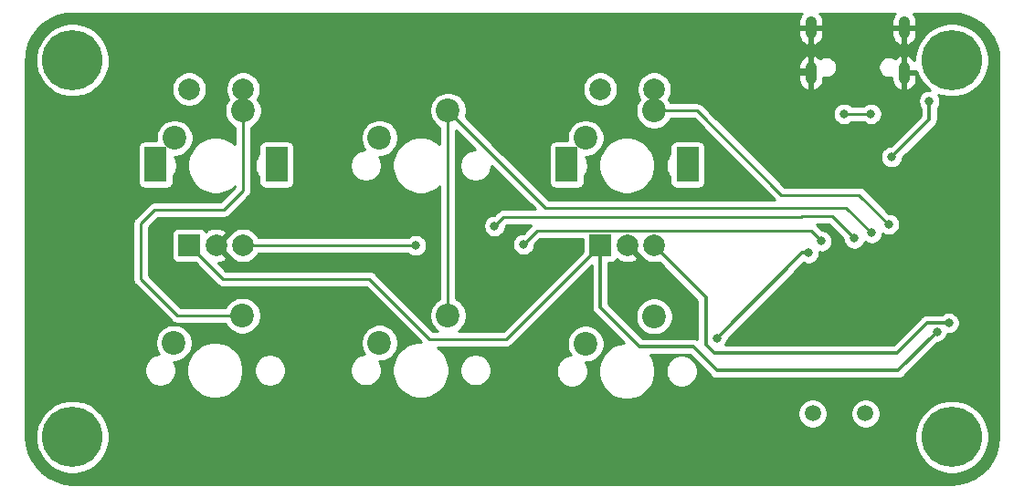
<source format=gbr>
G04 #@! TF.GenerationSoftware,KiCad,Pcbnew,(5.1.9)-1*
G04 #@! TF.CreationDate,2021-03-12T14:24:20+01:00*
G04 #@! TF.ProjectId,case_keypad,63617365-5f6b-4657-9970-61642e6b6963,rev?*
G04 #@! TF.SameCoordinates,Original*
G04 #@! TF.FileFunction,Copper,L2,Bot*
G04 #@! TF.FilePolarity,Positive*
%FSLAX46Y46*%
G04 Gerber Fmt 4.6, Leading zero omitted, Abs format (unit mm)*
G04 Created by KiCad (PCBNEW (5.1.9)-1) date 2021-03-12 14:24:20*
%MOMM*%
%LPD*%
G01*
G04 APERTURE LIST*
G04 #@! TA.AperFunction,ComponentPad*
%ADD10C,5.600000*%
G04 #@! TD*
G04 #@! TA.AperFunction,ComponentPad*
%ADD11O,1.050000X2.100000*%
G04 #@! TD*
G04 #@! TA.AperFunction,ComponentPad*
%ADD12C,1.500000*%
G04 #@! TD*
G04 #@! TA.AperFunction,ComponentPad*
%ADD13C,2.200000*%
G04 #@! TD*
G04 #@! TA.AperFunction,ComponentPad*
%ADD14R,2.000000X2.000000*%
G04 #@! TD*
G04 #@! TA.AperFunction,ComponentPad*
%ADD15C,2.000000*%
G04 #@! TD*
G04 #@! TA.AperFunction,ComponentPad*
%ADD16R,2.000000X3.200000*%
G04 #@! TD*
G04 #@! TA.AperFunction,ViaPad*
%ADD17C,0.800000*%
G04 #@! TD*
G04 #@! TA.AperFunction,Conductor*
%ADD18C,0.254000*%
G04 #@! TD*
G04 #@! TA.AperFunction,Conductor*
%ADD19C,0.304800*%
G04 #@! TD*
G04 #@! TA.AperFunction,Conductor*
%ADD20C,0.100000*%
G04 #@! TD*
G04 APERTURE END LIST*
D10*
G04 #@! TO.P,REF\u002A\u002A,1*
G04 #@! TO.N,N/C*
X77500000Y-102000000D03*
G04 #@! TD*
G04 #@! TO.P,REF\u002A\u002A,1*
G04 #@! TO.N,N/C*
X77500000Y-67000000D03*
G04 #@! TD*
G04 #@! TO.P,REF\u002A\u002A,1*
G04 #@! TO.N,N/C*
X159000000Y-102000000D03*
G04 #@! TD*
G04 #@! TO.P,REF\u002A\u002A,1*
G04 #@! TO.N,N/C*
X159000000Y-67000000D03*
G04 #@! TD*
D11*
G04 #@! TO.P,J1,S4*
G04 #@! TO.N,GND*
X145930000Y-64000000D03*
G04 #@! TO.P,J1,S3*
X154570000Y-64000000D03*
G04 #@! TO.P,J1,S2*
X145930000Y-68180000D03*
G04 #@! TO.P,J1,S1*
X154570000Y-68180000D03*
G04 #@! TD*
D12*
G04 #@! TO.P,16 MHz,2*
G04 #@! TO.N,Net-(C5-Pad1)*
X150980000Y-99800000D03*
G04 #@! TO.P,16 MHz,1*
G04 #@! TO.N,Net-(C4-Pad1)*
X146100000Y-99800000D03*
G04 #@! TD*
D13*
G04 #@! TO.P,SW9,2*
G04 #@! TO.N,Net-(D7-Pad2)*
X125050000Y-93340000D03*
G04 #@! TO.P,SW9,1*
G04 #@! TO.N,col2*
X131400000Y-90800000D03*
G04 #@! TD*
G04 #@! TO.P,SW8,2*
G04 #@! TO.N,Net-(D6-Pad2)*
X125050000Y-74240000D03*
G04 #@! TO.P,SW8,1*
G04 #@! TO.N,col2*
X131400000Y-71700000D03*
G04 #@! TD*
G04 #@! TO.P,SW6,2*
G04 #@! TO.N,Net-(D5-Pad2)*
X105950000Y-93240000D03*
G04 #@! TO.P,SW6,1*
G04 #@! TO.N,col1*
X112300000Y-90700000D03*
G04 #@! TD*
G04 #@! TO.P,SW5,2*
G04 #@! TO.N,Net-(D4-Pad2)*
X105950000Y-74240000D03*
G04 #@! TO.P,SW5,1*
G04 #@! TO.N,col1*
X112300000Y-71700000D03*
G04 #@! TD*
G04 #@! TO.P,SW4,2*
G04 #@! TO.N,Net-(D3-Pad2)*
X86890000Y-93260000D03*
G04 #@! TO.P,SW4,1*
G04 #@! TO.N,col0*
X93240000Y-90720000D03*
G04 #@! TD*
G04 #@! TO.P,SW3,2*
G04 #@! TO.N,Net-(D2-Pad2)*
X86950000Y-74240000D03*
G04 #@! TO.P,SW3,1*
G04 #@! TO.N,col0*
X93300000Y-71700000D03*
G04 #@! TD*
D14*
G04 #@! TO.P,SW7,A*
G04 #@! TO.N,A1*
X126400000Y-84200000D03*
D15*
G04 #@! TO.P,SW7,C*
G04 #@! TO.N,GND*
X128900000Y-84200000D03*
G04 #@! TO.P,SW7,B*
G04 #@! TO.N,B1*
X131400000Y-84200000D03*
D16*
G04 #@! TO.P,SW7,MP*
G04 #@! TO.N,N/C*
X123300000Y-76700000D03*
X134500000Y-76700000D03*
D15*
G04 #@! TO.P,SW7,S2*
G04 #@! TO.N,Net-(D6-Pad2)*
X126400000Y-69700000D03*
G04 #@! TO.P,SW7,S1*
G04 #@! TO.N,col2*
X131400000Y-69700000D03*
G04 #@! TD*
D14*
G04 #@! TO.P,SW2,A*
G04 #@! TO.N,A1*
X88300000Y-84200000D03*
D15*
G04 #@! TO.P,SW2,C*
G04 #@! TO.N,GND*
X90800000Y-84200000D03*
G04 #@! TO.P,SW2,B*
G04 #@! TO.N,B1*
X93300000Y-84200000D03*
D16*
G04 #@! TO.P,SW2,MP*
G04 #@! TO.N,N/C*
X85200000Y-76700000D03*
X96400000Y-76700000D03*
D15*
G04 #@! TO.P,SW2,S2*
G04 #@! TO.N,Net-(D2-Pad2)*
X88300000Y-69700000D03*
G04 #@! TO.P,SW2,S1*
G04 #@! TO.N,col0*
X93300000Y-69700000D03*
G04 #@! TD*
D17*
G04 #@! TO.N,D+*
X151500000Y-72000000D03*
G04 #@! TO.N,GND*
X109900000Y-88300000D03*
X117200000Y-88300000D03*
X135100000Y-90400000D03*
X139900000Y-72900000D03*
X81600000Y-82500000D03*
G04 #@! TO.N,+5V*
X153400000Y-76000000D03*
X156900000Y-70800000D03*
G04 #@! TO.N,row0*
X146900000Y-83800000D03*
X119300000Y-84100000D03*
G04 #@! TO.N,row1*
X145700000Y-84900000D03*
X137200000Y-92800000D03*
G04 #@! TO.N,D+*
X149000000Y-72000000D03*
G04 #@! TO.N,A1*
X157600000Y-92200000D03*
G04 #@! TO.N,B1*
X109300000Y-84200000D03*
X158700000Y-91400000D03*
G04 #@! TO.N,col0*
X149950000Y-83550000D03*
X116600000Y-82400000D03*
G04 #@! TO.N,col1*
X151550000Y-83050000D03*
G04 #@! TO.N,col2*
X153150000Y-82250000D03*
G04 #@! TD*
D18*
G04 #@! TO.N,GND*
X128900000Y-84200000D02*
X135100000Y-90400000D01*
X135100000Y-90400000D02*
X135100000Y-90400000D01*
X139900000Y-72900000D02*
X139900000Y-70100000D01*
X142175000Y-67825000D02*
X146080000Y-67825000D01*
X139900000Y-70100000D02*
X142175000Y-67825000D01*
D19*
G04 #@! TO.N,+5V*
X156900000Y-70800000D02*
X156900000Y-72500000D01*
X156900000Y-72500000D02*
X153400000Y-76000000D01*
D18*
G04 #@! TO.N,row0*
X145972999Y-82872999D02*
X120527001Y-82872999D01*
X146900000Y-83800000D02*
X145972999Y-82872999D01*
X120527001Y-82872999D02*
X119300000Y-84100000D01*
X119300000Y-84100000D02*
X119300000Y-84100000D01*
D19*
G04 #@! TO.N,row1*
X145100000Y-84900000D02*
X137200000Y-92800000D01*
X145700000Y-84900000D02*
X145100000Y-84900000D01*
D18*
G04 #@! TO.N,D+*
X151500000Y-72000000D02*
X149000000Y-72000000D01*
G04 #@! TO.N,A1*
X91400000Y-87300000D02*
X105000000Y-87300000D01*
X88300000Y-84200000D02*
X91400000Y-87300000D01*
X105000000Y-87300000D02*
X110600000Y-92900000D01*
X117700000Y-92900000D02*
X126400000Y-84200000D01*
X110600000Y-92900000D02*
X117700000Y-92900000D01*
D19*
X126400000Y-89938446D02*
X130061554Y-93600000D01*
X126400000Y-84200000D02*
X126400000Y-89938446D01*
X130061554Y-93600000D02*
X135000000Y-93600000D01*
X135000000Y-93600000D02*
X137200000Y-95800000D01*
X154000000Y-95800000D02*
X157600000Y-92200000D01*
X137200000Y-95800000D02*
X154000000Y-95800000D01*
D18*
G04 #@! TO.N,B1*
X93300000Y-84200000D02*
X109300000Y-84200000D01*
X109300000Y-84200000D02*
X109300000Y-84200000D01*
D19*
X137000000Y-94200000D02*
X136200000Y-93400000D01*
X136200000Y-89000000D02*
X131400000Y-84200000D01*
X136200000Y-93400000D02*
X136200000Y-89000000D01*
X139300000Y-94200000D02*
X137000000Y-94200000D01*
X158700000Y-91400000D02*
X156700000Y-91400000D01*
X156700000Y-91400000D02*
X153900000Y-94200000D01*
X153900000Y-94200000D02*
X139300000Y-94200000D01*
X139500000Y-94200000D02*
X139300000Y-94200000D01*
D18*
G04 #@! TO.N,col0*
X149950000Y-83550000D02*
X147900000Y-81500000D01*
X145100000Y-81500000D02*
X145000000Y-81600000D01*
X147900000Y-81500000D02*
X145100000Y-81500000D01*
X145000000Y-81600000D02*
X117400000Y-81600000D01*
X117400000Y-81600000D02*
X116600000Y-82400000D01*
X116600000Y-82400000D02*
X116600000Y-82400000D01*
X93300000Y-71700000D02*
X93300000Y-79100000D01*
X93300000Y-79100000D02*
X91500000Y-80900000D01*
X91500000Y-80900000D02*
X85100000Y-80900000D01*
X85100000Y-80900000D02*
X83800000Y-82200000D01*
X83800000Y-82200000D02*
X83800000Y-87300000D01*
X87220000Y-90720000D02*
X93240000Y-90720000D01*
X83800000Y-87300000D02*
X87220000Y-90720000D01*
G04 #@! TO.N,col1*
X151550000Y-83050000D02*
X149200000Y-80700000D01*
X121300000Y-80700000D02*
X112300000Y-71700000D01*
X149200000Y-80700000D02*
X121300000Y-80700000D01*
X112300000Y-71700000D02*
X112300000Y-90700000D01*
G04 #@! TO.N,col2*
X131400000Y-71700000D02*
X135400000Y-71700000D01*
X135400000Y-71700000D02*
X143200000Y-79500000D01*
X150400000Y-79500000D02*
X153150000Y-82250000D01*
X143200000Y-79500000D02*
X150400000Y-79500000D01*
G04 #@! TD*
G04 #@! TO.N,GND*
X145036053Y-62724941D02*
X144906901Y-62913754D01*
X144817066Y-63124135D01*
X144770000Y-63348000D01*
X144770000Y-63873000D01*
X145803000Y-63873000D01*
X145803000Y-63853000D01*
X146057000Y-63853000D01*
X146057000Y-63873000D01*
X147090000Y-63873000D01*
X147090000Y-63348000D01*
X147042934Y-63124135D01*
X146953099Y-62913754D01*
X146823947Y-62724941D01*
X146757578Y-62660000D01*
X153742422Y-62660000D01*
X153676053Y-62724941D01*
X153546901Y-62913754D01*
X153457066Y-63124135D01*
X153410000Y-63348000D01*
X153410000Y-63873000D01*
X154443000Y-63873000D01*
X154443000Y-63853000D01*
X154697000Y-63853000D01*
X154697000Y-63873000D01*
X155730000Y-63873000D01*
X155730000Y-63348000D01*
X155682934Y-63124135D01*
X155593099Y-62913754D01*
X155463947Y-62724941D01*
X155397578Y-62660000D01*
X158970608Y-62660000D01*
X159768083Y-62731173D01*
X160511891Y-62934656D01*
X161207905Y-63266638D01*
X161834130Y-63716626D01*
X162370777Y-64270403D01*
X162800871Y-64910451D01*
X163110829Y-65616553D01*
X163292065Y-66371457D01*
X163340001Y-67024220D01*
X163340000Y-101970608D01*
X163268827Y-102768083D01*
X163065344Y-103511890D01*
X162733363Y-104207904D01*
X162283374Y-104834130D01*
X161729597Y-105370777D01*
X161089549Y-105800871D01*
X160383447Y-106110829D01*
X159628543Y-106292065D01*
X158975793Y-106340000D01*
X77529392Y-106340000D01*
X76731917Y-106268827D01*
X75988110Y-106065344D01*
X75292096Y-105733363D01*
X74665870Y-105283374D01*
X74129223Y-104729597D01*
X73699129Y-104089549D01*
X73389171Y-103383447D01*
X73207935Y-102628543D01*
X73160000Y-101975793D01*
X73160000Y-101661682D01*
X74065000Y-101661682D01*
X74065000Y-102338318D01*
X74197006Y-103001952D01*
X74455943Y-103627082D01*
X74831862Y-104189685D01*
X75310315Y-104668138D01*
X75872918Y-105044057D01*
X76498048Y-105302994D01*
X77161682Y-105435000D01*
X77838318Y-105435000D01*
X78501952Y-105302994D01*
X79127082Y-105044057D01*
X79689685Y-104668138D01*
X80168138Y-104189685D01*
X80544057Y-103627082D01*
X80802994Y-103001952D01*
X80935000Y-102338318D01*
X80935000Y-101661682D01*
X155565000Y-101661682D01*
X155565000Y-102338318D01*
X155697006Y-103001952D01*
X155955943Y-103627082D01*
X156331862Y-104189685D01*
X156810315Y-104668138D01*
X157372918Y-105044057D01*
X157998048Y-105302994D01*
X158661682Y-105435000D01*
X159338318Y-105435000D01*
X160001952Y-105302994D01*
X160627082Y-105044057D01*
X161189685Y-104668138D01*
X161668138Y-104189685D01*
X162044057Y-103627082D01*
X162302994Y-103001952D01*
X162435000Y-102338318D01*
X162435000Y-101661682D01*
X162302994Y-100998048D01*
X162044057Y-100372918D01*
X161668138Y-99810315D01*
X161189685Y-99331862D01*
X160627082Y-98955943D01*
X160001952Y-98697006D01*
X159338318Y-98565000D01*
X158661682Y-98565000D01*
X157998048Y-98697006D01*
X157372918Y-98955943D01*
X156810315Y-99331862D01*
X156331862Y-99810315D01*
X155955943Y-100372918D01*
X155697006Y-100998048D01*
X155565000Y-101661682D01*
X80935000Y-101661682D01*
X80802994Y-100998048D01*
X80544057Y-100372918D01*
X80168138Y-99810315D01*
X80021412Y-99663589D01*
X144715000Y-99663589D01*
X144715000Y-99936411D01*
X144768225Y-100203989D01*
X144872629Y-100456043D01*
X145024201Y-100682886D01*
X145217114Y-100875799D01*
X145443957Y-101027371D01*
X145696011Y-101131775D01*
X145963589Y-101185000D01*
X146236411Y-101185000D01*
X146503989Y-101131775D01*
X146756043Y-101027371D01*
X146982886Y-100875799D01*
X147175799Y-100682886D01*
X147327371Y-100456043D01*
X147431775Y-100203989D01*
X147485000Y-99936411D01*
X147485000Y-99663589D01*
X149595000Y-99663589D01*
X149595000Y-99936411D01*
X149648225Y-100203989D01*
X149752629Y-100456043D01*
X149904201Y-100682886D01*
X150097114Y-100875799D01*
X150323957Y-101027371D01*
X150576011Y-101131775D01*
X150843589Y-101185000D01*
X151116411Y-101185000D01*
X151383989Y-101131775D01*
X151636043Y-101027371D01*
X151862886Y-100875799D01*
X152055799Y-100682886D01*
X152207371Y-100456043D01*
X152311775Y-100203989D01*
X152365000Y-99936411D01*
X152365000Y-99663589D01*
X152311775Y-99396011D01*
X152207371Y-99143957D01*
X152055799Y-98917114D01*
X151862886Y-98724201D01*
X151636043Y-98572629D01*
X151383989Y-98468225D01*
X151116411Y-98415000D01*
X150843589Y-98415000D01*
X150576011Y-98468225D01*
X150323957Y-98572629D01*
X150097114Y-98724201D01*
X149904201Y-98917114D01*
X149752629Y-99143957D01*
X149648225Y-99396011D01*
X149595000Y-99663589D01*
X147485000Y-99663589D01*
X147431775Y-99396011D01*
X147327371Y-99143957D01*
X147175799Y-98917114D01*
X146982886Y-98724201D01*
X146756043Y-98572629D01*
X146503989Y-98468225D01*
X146236411Y-98415000D01*
X145963589Y-98415000D01*
X145696011Y-98468225D01*
X145443957Y-98572629D01*
X145217114Y-98724201D01*
X145024201Y-98917114D01*
X144872629Y-99143957D01*
X144768225Y-99396011D01*
X144715000Y-99663589D01*
X80021412Y-99663589D01*
X79689685Y-99331862D01*
X79127082Y-98955943D01*
X78501952Y-98697006D01*
X77838318Y-98565000D01*
X77161682Y-98565000D01*
X76498048Y-98697006D01*
X75872918Y-98955943D01*
X75310315Y-99331862D01*
X74831862Y-99810315D01*
X74455943Y-100372918D01*
X74197006Y-100998048D01*
X74065000Y-101661682D01*
X73160000Y-101661682D01*
X73160000Y-95653740D01*
X84135000Y-95653740D01*
X84135000Y-95946260D01*
X84192068Y-96233158D01*
X84304010Y-96503411D01*
X84466525Y-96746632D01*
X84673368Y-96953475D01*
X84916589Y-97115990D01*
X85186842Y-97227932D01*
X85473740Y-97285000D01*
X85766260Y-97285000D01*
X86053158Y-97227932D01*
X86323411Y-97115990D01*
X86566632Y-96953475D01*
X86773475Y-96746632D01*
X86935990Y-96503411D01*
X87047932Y-96233158D01*
X87105000Y-95946260D01*
X87105000Y-95653740D01*
X87082471Y-95540475D01*
X88065000Y-95540475D01*
X88065000Y-96059525D01*
X88166261Y-96568601D01*
X88364893Y-97048141D01*
X88653262Y-97479715D01*
X89020285Y-97846738D01*
X89451859Y-98135107D01*
X89931399Y-98333739D01*
X90440475Y-98435000D01*
X90959525Y-98435000D01*
X91468601Y-98333739D01*
X91948141Y-98135107D01*
X92379715Y-97846738D01*
X92746738Y-97479715D01*
X93035107Y-97048141D01*
X93233739Y-96568601D01*
X93335000Y-96059525D01*
X93335000Y-95653740D01*
X94295000Y-95653740D01*
X94295000Y-95946260D01*
X94352068Y-96233158D01*
X94464010Y-96503411D01*
X94626525Y-96746632D01*
X94833368Y-96953475D01*
X95076589Y-97115990D01*
X95346842Y-97227932D01*
X95633740Y-97285000D01*
X95926260Y-97285000D01*
X96213158Y-97227932D01*
X96483411Y-97115990D01*
X96726632Y-96953475D01*
X96933475Y-96746632D01*
X97095990Y-96503411D01*
X97207932Y-96233158D01*
X97265000Y-95946260D01*
X97265000Y-95653740D01*
X97261022Y-95633740D01*
X103195000Y-95633740D01*
X103195000Y-95926260D01*
X103252068Y-96213158D01*
X103364010Y-96483411D01*
X103526525Y-96726632D01*
X103733368Y-96933475D01*
X103976589Y-97095990D01*
X104246842Y-97207932D01*
X104533740Y-97265000D01*
X104826260Y-97265000D01*
X105113158Y-97207932D01*
X105383411Y-97095990D01*
X105626632Y-96933475D01*
X105833475Y-96726632D01*
X105995990Y-96483411D01*
X106107932Y-96213158D01*
X106165000Y-95926260D01*
X106165000Y-95633740D01*
X106107932Y-95346842D01*
X105995990Y-95076589D01*
X105928110Y-94975000D01*
X106120883Y-94975000D01*
X106456081Y-94908325D01*
X106771831Y-94777537D01*
X107055998Y-94587663D01*
X107297663Y-94345998D01*
X107487537Y-94061831D01*
X107618325Y-93746081D01*
X107685000Y-93410883D01*
X107685000Y-93069117D01*
X107618325Y-92733919D01*
X107487537Y-92418169D01*
X107297663Y-92134002D01*
X107055998Y-91892337D01*
X106771831Y-91702463D01*
X106456081Y-91571675D01*
X106120883Y-91505000D01*
X105779117Y-91505000D01*
X105443919Y-91571675D01*
X105128169Y-91702463D01*
X104844002Y-91892337D01*
X104602337Y-92134002D01*
X104412463Y-92418169D01*
X104281675Y-92733919D01*
X104215000Y-93069117D01*
X104215000Y-93410883D01*
X104281675Y-93746081D01*
X104412463Y-94061831D01*
X104568261Y-94295000D01*
X104533740Y-94295000D01*
X104246842Y-94352068D01*
X103976589Y-94464010D01*
X103733368Y-94626525D01*
X103526525Y-94833368D01*
X103364010Y-95076589D01*
X103252068Y-95346842D01*
X103195000Y-95633740D01*
X97261022Y-95633740D01*
X97207932Y-95366842D01*
X97095990Y-95096589D01*
X96933475Y-94853368D01*
X96726632Y-94646525D01*
X96483411Y-94484010D01*
X96213158Y-94372068D01*
X95926260Y-94315000D01*
X95633740Y-94315000D01*
X95346842Y-94372068D01*
X95076589Y-94484010D01*
X94833368Y-94646525D01*
X94626525Y-94853368D01*
X94464010Y-95096589D01*
X94352068Y-95366842D01*
X94295000Y-95653740D01*
X93335000Y-95653740D01*
X93335000Y-95540475D01*
X93233739Y-95031399D01*
X93035107Y-94551859D01*
X92746738Y-94120285D01*
X92379715Y-93753262D01*
X91948141Y-93464893D01*
X91468601Y-93266261D01*
X90959525Y-93165000D01*
X90440475Y-93165000D01*
X89931399Y-93266261D01*
X89451859Y-93464893D01*
X89020285Y-93753262D01*
X88653262Y-94120285D01*
X88364893Y-94551859D01*
X88166261Y-95031399D01*
X88065000Y-95540475D01*
X87082471Y-95540475D01*
X87047932Y-95366842D01*
X86935990Y-95096589D01*
X86868110Y-94995000D01*
X87060883Y-94995000D01*
X87396081Y-94928325D01*
X87711831Y-94797537D01*
X87995998Y-94607663D01*
X88237663Y-94365998D01*
X88427537Y-94081831D01*
X88558325Y-93766081D01*
X88625000Y-93430883D01*
X88625000Y-93089117D01*
X88558325Y-92753919D01*
X88427537Y-92438169D01*
X88237663Y-92154002D01*
X87995998Y-91912337D01*
X87711831Y-91722463D01*
X87396081Y-91591675D01*
X87060883Y-91525000D01*
X86719117Y-91525000D01*
X86383919Y-91591675D01*
X86068169Y-91722463D01*
X85784002Y-91912337D01*
X85542337Y-92154002D01*
X85352463Y-92438169D01*
X85221675Y-92753919D01*
X85155000Y-93089117D01*
X85155000Y-93430883D01*
X85221675Y-93766081D01*
X85352463Y-94081831D01*
X85508261Y-94315000D01*
X85473740Y-94315000D01*
X85186842Y-94372068D01*
X84916589Y-94484010D01*
X84673368Y-94646525D01*
X84466525Y-94853368D01*
X84304010Y-95096589D01*
X84192068Y-95366842D01*
X84135000Y-95653740D01*
X73160000Y-95653740D01*
X73160000Y-82200000D01*
X83034314Y-82200000D01*
X83038000Y-82237423D01*
X83038001Y-87262567D01*
X83034314Y-87300000D01*
X83049027Y-87449378D01*
X83092599Y-87593015D01*
X83163355Y-87725392D01*
X83234721Y-87812351D01*
X83258579Y-87841422D01*
X83287649Y-87865279D01*
X86654721Y-91232352D01*
X86678578Y-91261422D01*
X86794608Y-91356645D01*
X86926985Y-91427402D01*
X87070622Y-91470974D01*
X87182574Y-91482000D01*
X87182576Y-91482000D01*
X87219999Y-91485686D01*
X87257422Y-91482000D01*
X91677680Y-91482000D01*
X91702463Y-91541831D01*
X91892337Y-91825998D01*
X92134002Y-92067663D01*
X92418169Y-92257537D01*
X92733919Y-92388325D01*
X93069117Y-92455000D01*
X93410883Y-92455000D01*
X93746081Y-92388325D01*
X94061831Y-92257537D01*
X94345998Y-92067663D01*
X94587663Y-91825998D01*
X94777537Y-91541831D01*
X94908325Y-91226081D01*
X94975000Y-90890883D01*
X94975000Y-90549117D01*
X94908325Y-90213919D01*
X94777537Y-89898169D01*
X94587663Y-89614002D01*
X94345998Y-89372337D01*
X94061831Y-89182463D01*
X93746081Y-89051675D01*
X93410883Y-88985000D01*
X93069117Y-88985000D01*
X92733919Y-89051675D01*
X92418169Y-89182463D01*
X92134002Y-89372337D01*
X91892337Y-89614002D01*
X91702463Y-89898169D01*
X91677680Y-89958000D01*
X87535631Y-89958000D01*
X84562000Y-86984370D01*
X84562000Y-83200000D01*
X86661928Y-83200000D01*
X86661928Y-85200000D01*
X86674188Y-85324482D01*
X86710498Y-85444180D01*
X86769463Y-85554494D01*
X86848815Y-85651185D01*
X86945506Y-85730537D01*
X87055820Y-85789502D01*
X87175518Y-85825812D01*
X87300000Y-85838072D01*
X88860442Y-85838072D01*
X90834720Y-87812351D01*
X90858578Y-87841422D01*
X90974608Y-87936645D01*
X91106985Y-88007402D01*
X91250622Y-88050974D01*
X91362574Y-88062000D01*
X91362576Y-88062000D01*
X91399999Y-88065686D01*
X91437422Y-88062000D01*
X104684370Y-88062000D01*
X109767369Y-93145000D01*
X109500475Y-93145000D01*
X108991399Y-93246261D01*
X108511859Y-93444893D01*
X108080285Y-93733262D01*
X107713262Y-94100285D01*
X107424893Y-94531859D01*
X107226261Y-95011399D01*
X107125000Y-95520475D01*
X107125000Y-96039525D01*
X107226261Y-96548601D01*
X107424893Y-97028141D01*
X107713262Y-97459715D01*
X108080285Y-97826738D01*
X108511859Y-98115107D01*
X108991399Y-98313739D01*
X109500475Y-98415000D01*
X110019525Y-98415000D01*
X110528601Y-98313739D01*
X111008141Y-98115107D01*
X111439715Y-97826738D01*
X111806738Y-97459715D01*
X112095107Y-97028141D01*
X112293739Y-96548601D01*
X112395000Y-96039525D01*
X112395000Y-95633740D01*
X113355000Y-95633740D01*
X113355000Y-95926260D01*
X113412068Y-96213158D01*
X113524010Y-96483411D01*
X113686525Y-96726632D01*
X113893368Y-96933475D01*
X114136589Y-97095990D01*
X114406842Y-97207932D01*
X114693740Y-97265000D01*
X114986260Y-97265000D01*
X115273158Y-97207932D01*
X115543411Y-97095990D01*
X115786632Y-96933475D01*
X115993475Y-96726632D01*
X116155990Y-96483411D01*
X116267932Y-96213158D01*
X116325000Y-95926260D01*
X116325000Y-95733740D01*
X122295000Y-95733740D01*
X122295000Y-96026260D01*
X122352068Y-96313158D01*
X122464010Y-96583411D01*
X122626525Y-96826632D01*
X122833368Y-97033475D01*
X123076589Y-97195990D01*
X123346842Y-97307932D01*
X123633740Y-97365000D01*
X123926260Y-97365000D01*
X124213158Y-97307932D01*
X124483411Y-97195990D01*
X124726632Y-97033475D01*
X124933475Y-96826632D01*
X125095990Y-96583411D01*
X125207932Y-96313158D01*
X125265000Y-96026260D01*
X125265000Y-95733740D01*
X125207932Y-95446842D01*
X125095990Y-95176589D01*
X125028110Y-95075000D01*
X125220883Y-95075000D01*
X125556081Y-95008325D01*
X125871831Y-94877537D01*
X126155998Y-94687663D01*
X126397663Y-94445998D01*
X126587537Y-94161831D01*
X126718325Y-93846081D01*
X126785000Y-93510883D01*
X126785000Y-93169117D01*
X126718325Y-92833919D01*
X126587537Y-92518169D01*
X126397663Y-92234002D01*
X126155998Y-91992337D01*
X125871831Y-91802463D01*
X125556081Y-91671675D01*
X125220883Y-91605000D01*
X124879117Y-91605000D01*
X124543919Y-91671675D01*
X124228169Y-91802463D01*
X123944002Y-91992337D01*
X123702337Y-92234002D01*
X123512463Y-92518169D01*
X123381675Y-92833919D01*
X123315000Y-93169117D01*
X123315000Y-93510883D01*
X123381675Y-93846081D01*
X123512463Y-94161831D01*
X123668261Y-94395000D01*
X123633740Y-94395000D01*
X123346842Y-94452068D01*
X123076589Y-94564010D01*
X122833368Y-94726525D01*
X122626525Y-94933368D01*
X122464010Y-95176589D01*
X122352068Y-95446842D01*
X122295000Y-95733740D01*
X116325000Y-95733740D01*
X116325000Y-95633740D01*
X116267932Y-95346842D01*
X116155990Y-95076589D01*
X115993475Y-94833368D01*
X115786632Y-94626525D01*
X115543411Y-94464010D01*
X115273158Y-94352068D01*
X114986260Y-94295000D01*
X114693740Y-94295000D01*
X114406842Y-94352068D01*
X114136589Y-94464010D01*
X113893368Y-94626525D01*
X113686525Y-94833368D01*
X113524010Y-95076589D01*
X113412068Y-95346842D01*
X113355000Y-95633740D01*
X112395000Y-95633740D01*
X112395000Y-95520475D01*
X112293739Y-95011399D01*
X112095107Y-94531859D01*
X111806738Y-94100285D01*
X111439715Y-93733262D01*
X111333064Y-93662000D01*
X117662577Y-93662000D01*
X117700000Y-93665686D01*
X117737423Y-93662000D01*
X117737426Y-93662000D01*
X117849378Y-93650974D01*
X117993015Y-93607402D01*
X118125392Y-93536645D01*
X118241422Y-93441422D01*
X118265284Y-93412346D01*
X125612600Y-86065031D01*
X125612601Y-89899773D01*
X125608792Y-89938446D01*
X125623995Y-90092803D01*
X125669018Y-90241228D01*
X125697550Y-90294607D01*
X125742135Y-90378018D01*
X125840532Y-90497915D01*
X125870573Y-90522569D01*
X128594242Y-93246240D01*
X128091399Y-93346261D01*
X127611859Y-93544893D01*
X127180285Y-93833262D01*
X126813262Y-94200285D01*
X126524893Y-94631859D01*
X126326261Y-95111399D01*
X126225000Y-95620475D01*
X126225000Y-96139525D01*
X126326261Y-96648601D01*
X126524893Y-97128141D01*
X126813262Y-97559715D01*
X127180285Y-97926738D01*
X127611859Y-98215107D01*
X128091399Y-98413739D01*
X128600475Y-98515000D01*
X129119525Y-98515000D01*
X129628601Y-98413739D01*
X130108141Y-98215107D01*
X130539715Y-97926738D01*
X130906738Y-97559715D01*
X131195107Y-97128141D01*
X131393739Y-96648601D01*
X131495000Y-96139525D01*
X131495000Y-95733740D01*
X132455000Y-95733740D01*
X132455000Y-96026260D01*
X132512068Y-96313158D01*
X132624010Y-96583411D01*
X132786525Y-96826632D01*
X132993368Y-97033475D01*
X133236589Y-97195990D01*
X133506842Y-97307932D01*
X133793740Y-97365000D01*
X134086260Y-97365000D01*
X134373158Y-97307932D01*
X134643411Y-97195990D01*
X134886632Y-97033475D01*
X135093475Y-96826632D01*
X135255990Y-96583411D01*
X135367932Y-96313158D01*
X135425000Y-96026260D01*
X135425000Y-95733740D01*
X135367932Y-95446842D01*
X135255990Y-95176589D01*
X135093475Y-94933368D01*
X134886632Y-94726525D01*
X134643411Y-94564010D01*
X134373158Y-94452068D01*
X134086260Y-94395000D01*
X133793740Y-94395000D01*
X133506842Y-94452068D01*
X133236589Y-94564010D01*
X132993368Y-94726525D01*
X132786525Y-94933368D01*
X132624010Y-95176589D01*
X132512068Y-95446842D01*
X132455000Y-95733740D01*
X131495000Y-95733740D01*
X131495000Y-95620475D01*
X131393739Y-95111399D01*
X131195107Y-94631859D01*
X131031764Y-94387400D01*
X134673850Y-94387400D01*
X136615877Y-96329428D01*
X136640531Y-96359469D01*
X136670570Y-96384121D01*
X136760427Y-96457866D01*
X136897217Y-96530982D01*
X137045643Y-96576006D01*
X137161327Y-96587400D01*
X137161337Y-96587400D01*
X137200000Y-96591208D01*
X137238663Y-96587400D01*
X153961337Y-96587400D01*
X154000000Y-96591208D01*
X154038663Y-96587400D01*
X154038673Y-96587400D01*
X154154357Y-96576006D01*
X154302783Y-96530982D01*
X154439572Y-96457866D01*
X154559469Y-96359469D01*
X154584128Y-96329422D01*
X157678551Y-93235000D01*
X157701939Y-93235000D01*
X157901898Y-93195226D01*
X158090256Y-93117205D01*
X158259774Y-93003937D01*
X158403937Y-92859774D01*
X158517205Y-92690256D01*
X158595226Y-92501898D01*
X158608533Y-92435000D01*
X158801939Y-92435000D01*
X159001898Y-92395226D01*
X159190256Y-92317205D01*
X159359774Y-92203937D01*
X159503937Y-92059774D01*
X159617205Y-91890256D01*
X159695226Y-91701898D01*
X159735000Y-91501939D01*
X159735000Y-91298061D01*
X159695226Y-91098102D01*
X159617205Y-90909744D01*
X159503937Y-90740226D01*
X159359774Y-90596063D01*
X159190256Y-90482795D01*
X159001898Y-90404774D01*
X158801939Y-90365000D01*
X158598061Y-90365000D01*
X158398102Y-90404774D01*
X158209744Y-90482795D01*
X158040226Y-90596063D01*
X158023689Y-90612600D01*
X156738663Y-90612600D01*
X156700000Y-90608792D01*
X156661337Y-90612600D01*
X156661327Y-90612600D01*
X156545643Y-90623994D01*
X156397217Y-90669018D01*
X156260427Y-90742134D01*
X156199465Y-90792165D01*
X156140531Y-90840531D01*
X156115877Y-90870572D01*
X153573850Y-93412600D01*
X138035458Y-93412600D01*
X138117205Y-93290256D01*
X138195226Y-93101898D01*
X138235000Y-92901939D01*
X138235000Y-92878550D01*
X145270981Y-85842571D01*
X145398102Y-85895226D01*
X145598061Y-85935000D01*
X145801939Y-85935000D01*
X146001898Y-85895226D01*
X146190256Y-85817205D01*
X146359774Y-85703937D01*
X146503937Y-85559774D01*
X146617205Y-85390256D01*
X146695226Y-85201898D01*
X146735000Y-85001939D01*
X146735000Y-84822456D01*
X146798061Y-84835000D01*
X147001939Y-84835000D01*
X147201898Y-84795226D01*
X147390256Y-84717205D01*
X147559774Y-84603937D01*
X147703937Y-84459774D01*
X147817205Y-84290256D01*
X147895226Y-84101898D01*
X147935000Y-83901939D01*
X147935000Y-83698061D01*
X147895226Y-83498102D01*
X147817205Y-83309744D01*
X147703937Y-83140226D01*
X147559774Y-82996063D01*
X147390256Y-82882795D01*
X147201898Y-82804774D01*
X147001939Y-82765000D01*
X146942630Y-82765000D01*
X146538283Y-82360653D01*
X146514421Y-82331577D01*
X146429641Y-82262000D01*
X147584370Y-82262000D01*
X148915000Y-83592631D01*
X148915000Y-83651939D01*
X148954774Y-83851898D01*
X149032795Y-84040256D01*
X149146063Y-84209774D01*
X149290226Y-84353937D01*
X149459744Y-84467205D01*
X149648102Y-84545226D01*
X149848061Y-84585000D01*
X150051939Y-84585000D01*
X150251898Y-84545226D01*
X150440256Y-84467205D01*
X150609774Y-84353937D01*
X150753937Y-84209774D01*
X150867205Y-84040256D01*
X150932642Y-83882278D01*
X151059744Y-83967205D01*
X151248102Y-84045226D01*
X151448061Y-84085000D01*
X151651939Y-84085000D01*
X151851898Y-84045226D01*
X152040256Y-83967205D01*
X152209774Y-83853937D01*
X152353937Y-83709774D01*
X152467205Y-83540256D01*
X152545226Y-83351898D01*
X152585000Y-83151939D01*
X152585000Y-83117263D01*
X152659744Y-83167205D01*
X152848102Y-83245226D01*
X153048061Y-83285000D01*
X153251939Y-83285000D01*
X153451898Y-83245226D01*
X153640256Y-83167205D01*
X153809774Y-83053937D01*
X153953937Y-82909774D01*
X154067205Y-82740256D01*
X154145226Y-82551898D01*
X154185000Y-82351939D01*
X154185000Y-82148061D01*
X154145226Y-81948102D01*
X154067205Y-81759744D01*
X153953937Y-81590226D01*
X153809774Y-81446063D01*
X153640256Y-81332795D01*
X153451898Y-81254774D01*
X153251939Y-81215000D01*
X153192631Y-81215000D01*
X150965284Y-78987654D01*
X150941422Y-78958578D01*
X150825392Y-78863355D01*
X150693015Y-78792598D01*
X150549378Y-78749026D01*
X150437426Y-78738000D01*
X150437423Y-78738000D01*
X150400000Y-78734314D01*
X150362577Y-78738000D01*
X143515631Y-78738000D01*
X140675692Y-75898061D01*
X152365000Y-75898061D01*
X152365000Y-76101939D01*
X152404774Y-76301898D01*
X152482795Y-76490256D01*
X152596063Y-76659774D01*
X152740226Y-76803937D01*
X152909744Y-76917205D01*
X153098102Y-76995226D01*
X153298061Y-77035000D01*
X153501939Y-77035000D01*
X153701898Y-76995226D01*
X153890256Y-76917205D01*
X154059774Y-76803937D01*
X154203937Y-76659774D01*
X154317205Y-76490256D01*
X154395226Y-76301898D01*
X154435000Y-76101939D01*
X154435000Y-76078550D01*
X157429433Y-73084119D01*
X157459469Y-73059469D01*
X157557866Y-72939572D01*
X157630982Y-72802783D01*
X157676006Y-72654357D01*
X157687400Y-72538673D01*
X157687400Y-72538664D01*
X157691208Y-72500001D01*
X157687400Y-72461338D01*
X157687400Y-71476311D01*
X157703937Y-71459774D01*
X157817205Y-71290256D01*
X157895226Y-71101898D01*
X157935000Y-70901939D01*
X157935000Y-70698061D01*
X157895226Y-70498102D01*
X157817205Y-70309744D01*
X157741764Y-70196838D01*
X157998048Y-70302994D01*
X158661682Y-70435000D01*
X159338318Y-70435000D01*
X160001952Y-70302994D01*
X160627082Y-70044057D01*
X161189685Y-69668138D01*
X161668138Y-69189685D01*
X162044057Y-68627082D01*
X162302994Y-68001952D01*
X162435000Y-67338318D01*
X162435000Y-66661682D01*
X162302994Y-65998048D01*
X162044057Y-65372918D01*
X161668138Y-64810315D01*
X161189685Y-64331862D01*
X160627082Y-63955943D01*
X160001952Y-63697006D01*
X159338318Y-63565000D01*
X158661682Y-63565000D01*
X157998048Y-63697006D01*
X157372918Y-63955943D01*
X156810315Y-64331862D01*
X156331862Y-64810315D01*
X155955943Y-65372918D01*
X155697006Y-65998048D01*
X155565000Y-66661682D01*
X155565000Y-67052675D01*
X155463947Y-66904941D01*
X155300441Y-66744953D01*
X155108864Y-66619937D01*
X154875810Y-66536036D01*
X154697000Y-66661837D01*
X154697000Y-68053000D01*
X155718151Y-68053000D01*
X155955943Y-68627082D01*
X156331862Y-69189685D01*
X156810315Y-69668138D01*
X156955279Y-69765000D01*
X156798061Y-69765000D01*
X156598102Y-69804774D01*
X156409744Y-69882795D01*
X156240226Y-69996063D01*
X156096063Y-70140226D01*
X155982795Y-70309744D01*
X155904774Y-70498102D01*
X155865000Y-70698061D01*
X155865000Y-70901939D01*
X155904774Y-71101898D01*
X155982795Y-71290256D01*
X156096063Y-71459774D01*
X156112600Y-71476311D01*
X156112601Y-72173847D01*
X153321450Y-74965000D01*
X153298061Y-74965000D01*
X153098102Y-75004774D01*
X152909744Y-75082795D01*
X152740226Y-75196063D01*
X152596063Y-75340226D01*
X152482795Y-75509744D01*
X152404774Y-75698102D01*
X152365000Y-75898061D01*
X140675692Y-75898061D01*
X136675692Y-71898061D01*
X147965000Y-71898061D01*
X147965000Y-72101939D01*
X148004774Y-72301898D01*
X148082795Y-72490256D01*
X148196063Y-72659774D01*
X148340226Y-72803937D01*
X148509744Y-72917205D01*
X148698102Y-72995226D01*
X148898061Y-73035000D01*
X149101939Y-73035000D01*
X149301898Y-72995226D01*
X149490256Y-72917205D01*
X149659774Y-72803937D01*
X149701711Y-72762000D01*
X150798289Y-72762000D01*
X150840226Y-72803937D01*
X151009744Y-72917205D01*
X151198102Y-72995226D01*
X151398061Y-73035000D01*
X151601939Y-73035000D01*
X151801898Y-72995226D01*
X151990256Y-72917205D01*
X152159774Y-72803937D01*
X152303937Y-72659774D01*
X152417205Y-72490256D01*
X152495226Y-72301898D01*
X152535000Y-72101939D01*
X152535000Y-71898061D01*
X152495226Y-71698102D01*
X152417205Y-71509744D01*
X152303937Y-71340226D01*
X152159774Y-71196063D01*
X151990256Y-71082795D01*
X151801898Y-71004774D01*
X151601939Y-70965000D01*
X151398061Y-70965000D01*
X151198102Y-71004774D01*
X151009744Y-71082795D01*
X150840226Y-71196063D01*
X150798289Y-71238000D01*
X149701711Y-71238000D01*
X149659774Y-71196063D01*
X149490256Y-71082795D01*
X149301898Y-71004774D01*
X149101939Y-70965000D01*
X148898061Y-70965000D01*
X148698102Y-71004774D01*
X148509744Y-71082795D01*
X148340226Y-71196063D01*
X148196063Y-71340226D01*
X148082795Y-71509744D01*
X148004774Y-71698102D01*
X147965000Y-71898061D01*
X136675692Y-71898061D01*
X135965284Y-71187654D01*
X135941422Y-71158578D01*
X135825392Y-71063355D01*
X135693015Y-70992598D01*
X135549378Y-70949026D01*
X135437426Y-70938000D01*
X135437423Y-70938000D01*
X135400000Y-70934314D01*
X135362577Y-70938000D01*
X132962320Y-70938000D01*
X132937537Y-70878169D01*
X132758354Y-70610002D01*
X132848918Y-70474463D01*
X132972168Y-70176912D01*
X133035000Y-69861033D01*
X133035000Y-69538967D01*
X132972168Y-69223088D01*
X132848918Y-68925537D01*
X132669987Y-68657748D01*
X132442252Y-68430013D01*
X132258151Y-68307000D01*
X144770000Y-68307000D01*
X144770000Y-68832000D01*
X144817066Y-69055865D01*
X144906901Y-69266246D01*
X145036053Y-69455059D01*
X145199559Y-69615047D01*
X145391136Y-69740063D01*
X145624190Y-69823964D01*
X145803000Y-69698163D01*
X145803000Y-68307000D01*
X144770000Y-68307000D01*
X132258151Y-68307000D01*
X132174463Y-68251082D01*
X131876912Y-68127832D01*
X131561033Y-68065000D01*
X131238967Y-68065000D01*
X130923088Y-68127832D01*
X130625537Y-68251082D01*
X130357748Y-68430013D01*
X130130013Y-68657748D01*
X129951082Y-68925537D01*
X129827832Y-69223088D01*
X129765000Y-69538967D01*
X129765000Y-69861033D01*
X129827832Y-70176912D01*
X129951082Y-70474463D01*
X130041646Y-70610002D01*
X129862463Y-70878169D01*
X129731675Y-71193919D01*
X129665000Y-71529117D01*
X129665000Y-71870883D01*
X129731675Y-72206081D01*
X129862463Y-72521831D01*
X130052337Y-72805998D01*
X130294002Y-73047663D01*
X130578169Y-73237537D01*
X130893919Y-73368325D01*
X131229117Y-73435000D01*
X131570883Y-73435000D01*
X131906081Y-73368325D01*
X132221831Y-73237537D01*
X132505998Y-73047663D01*
X132747663Y-72805998D01*
X132937537Y-72521831D01*
X132962320Y-72462000D01*
X135084370Y-72462000D01*
X142560369Y-79938000D01*
X121615631Y-79938000D01*
X116777631Y-75100000D01*
X121661928Y-75100000D01*
X121661928Y-78300000D01*
X121674188Y-78424482D01*
X121710498Y-78544180D01*
X121769463Y-78654494D01*
X121848815Y-78751185D01*
X121945506Y-78830537D01*
X122055820Y-78889502D01*
X122175518Y-78925812D01*
X122300000Y-78938072D01*
X124300000Y-78938072D01*
X124424482Y-78925812D01*
X124544180Y-78889502D01*
X124654494Y-78830537D01*
X124751185Y-78751185D01*
X124830537Y-78654494D01*
X124889502Y-78544180D01*
X124925812Y-78424482D01*
X124938072Y-78300000D01*
X124938072Y-77719752D01*
X125095990Y-77483411D01*
X125207932Y-77213158D01*
X125265000Y-76926260D01*
X125265000Y-76633740D01*
X125242471Y-76520475D01*
X126225000Y-76520475D01*
X126225000Y-77039525D01*
X126326261Y-77548601D01*
X126524893Y-78028141D01*
X126813262Y-78459715D01*
X127180285Y-78826738D01*
X127611859Y-79115107D01*
X128091399Y-79313739D01*
X128600475Y-79415000D01*
X129119525Y-79415000D01*
X129628601Y-79313739D01*
X130108141Y-79115107D01*
X130539715Y-78826738D01*
X130906738Y-78459715D01*
X131195107Y-78028141D01*
X131393739Y-77548601D01*
X131495000Y-77039525D01*
X131495000Y-76633740D01*
X132455000Y-76633740D01*
X132455000Y-76926260D01*
X132512068Y-77213158D01*
X132624010Y-77483411D01*
X132786525Y-77726632D01*
X132861928Y-77802035D01*
X132861928Y-78300000D01*
X132874188Y-78424482D01*
X132910498Y-78544180D01*
X132969463Y-78654494D01*
X133048815Y-78751185D01*
X133145506Y-78830537D01*
X133255820Y-78889502D01*
X133375518Y-78925812D01*
X133500000Y-78938072D01*
X135500000Y-78938072D01*
X135624482Y-78925812D01*
X135744180Y-78889502D01*
X135854494Y-78830537D01*
X135951185Y-78751185D01*
X136030537Y-78654494D01*
X136089502Y-78544180D01*
X136125812Y-78424482D01*
X136138072Y-78300000D01*
X136138072Y-75100000D01*
X136125812Y-74975518D01*
X136089502Y-74855820D01*
X136030537Y-74745506D01*
X135951185Y-74648815D01*
X135854494Y-74569463D01*
X135744180Y-74510498D01*
X135624482Y-74474188D01*
X135500000Y-74461928D01*
X133500000Y-74461928D01*
X133375518Y-74474188D01*
X133255820Y-74510498D01*
X133145506Y-74569463D01*
X133048815Y-74648815D01*
X132969463Y-74745506D01*
X132910498Y-74855820D01*
X132874188Y-74975518D01*
X132861928Y-75100000D01*
X132861928Y-75757965D01*
X132786525Y-75833368D01*
X132624010Y-76076589D01*
X132512068Y-76346842D01*
X132455000Y-76633740D01*
X131495000Y-76633740D01*
X131495000Y-76520475D01*
X131393739Y-76011399D01*
X131195107Y-75531859D01*
X130906738Y-75100285D01*
X130539715Y-74733262D01*
X130108141Y-74444893D01*
X129628601Y-74246261D01*
X129119525Y-74145000D01*
X128600475Y-74145000D01*
X128091399Y-74246261D01*
X127611859Y-74444893D01*
X127180285Y-74733262D01*
X126813262Y-75100285D01*
X126524893Y-75531859D01*
X126326261Y-76011399D01*
X126225000Y-76520475D01*
X125242471Y-76520475D01*
X125207932Y-76346842D01*
X125095990Y-76076589D01*
X125028110Y-75975000D01*
X125220883Y-75975000D01*
X125556081Y-75908325D01*
X125871831Y-75777537D01*
X126155998Y-75587663D01*
X126397663Y-75345998D01*
X126587537Y-75061831D01*
X126718325Y-74746081D01*
X126785000Y-74410883D01*
X126785000Y-74069117D01*
X126718325Y-73733919D01*
X126587537Y-73418169D01*
X126397663Y-73134002D01*
X126155998Y-72892337D01*
X125871831Y-72702463D01*
X125556081Y-72571675D01*
X125220883Y-72505000D01*
X124879117Y-72505000D01*
X124543919Y-72571675D01*
X124228169Y-72702463D01*
X123944002Y-72892337D01*
X123702337Y-73134002D01*
X123512463Y-73418169D01*
X123381675Y-73733919D01*
X123315000Y-74069117D01*
X123315000Y-74410883D01*
X123325153Y-74461928D01*
X122300000Y-74461928D01*
X122175518Y-74474188D01*
X122055820Y-74510498D01*
X121945506Y-74569463D01*
X121848815Y-74648815D01*
X121769463Y-74745506D01*
X121710498Y-74855820D01*
X121674188Y-74975518D01*
X121661928Y-75100000D01*
X116777631Y-75100000D01*
X113943542Y-72265912D01*
X113968325Y-72206081D01*
X114035000Y-71870883D01*
X114035000Y-71529117D01*
X113968325Y-71193919D01*
X113837537Y-70878169D01*
X113647663Y-70594002D01*
X113405998Y-70352337D01*
X113121831Y-70162463D01*
X112806081Y-70031675D01*
X112470883Y-69965000D01*
X112129117Y-69965000D01*
X111793919Y-70031675D01*
X111478169Y-70162463D01*
X111194002Y-70352337D01*
X110952337Y-70594002D01*
X110762463Y-70878169D01*
X110631675Y-71193919D01*
X110565000Y-71529117D01*
X110565000Y-71870883D01*
X110631675Y-72206081D01*
X110762463Y-72521831D01*
X110952337Y-72805998D01*
X111194002Y-73047663D01*
X111478169Y-73237537D01*
X111538000Y-73262320D01*
X111538000Y-74831547D01*
X111439715Y-74733262D01*
X111008141Y-74444893D01*
X110528601Y-74246261D01*
X110019525Y-74145000D01*
X109500475Y-74145000D01*
X108991399Y-74246261D01*
X108511859Y-74444893D01*
X108080285Y-74733262D01*
X107713262Y-75100285D01*
X107424893Y-75531859D01*
X107226261Y-76011399D01*
X107125000Y-76520475D01*
X107125000Y-77039525D01*
X107226261Y-77548601D01*
X107424893Y-78028141D01*
X107713262Y-78459715D01*
X108080285Y-78826738D01*
X108511859Y-79115107D01*
X108991399Y-79313739D01*
X109500475Y-79415000D01*
X110019525Y-79415000D01*
X110528601Y-79313739D01*
X111008141Y-79115107D01*
X111439715Y-78826738D01*
X111538000Y-78728453D01*
X111538001Y-89137680D01*
X111478169Y-89162463D01*
X111194002Y-89352337D01*
X110952337Y-89594002D01*
X110762463Y-89878169D01*
X110631675Y-90193919D01*
X110565000Y-90529117D01*
X110565000Y-90870883D01*
X110631675Y-91206081D01*
X110762463Y-91521831D01*
X110952337Y-91805998D01*
X111194002Y-92047663D01*
X111329201Y-92138000D01*
X110915631Y-92138000D01*
X105565284Y-86787654D01*
X105541422Y-86758578D01*
X105425392Y-86663355D01*
X105293015Y-86592598D01*
X105149378Y-86549026D01*
X105037426Y-86538000D01*
X105037423Y-86538000D01*
X105000000Y-86534314D01*
X104962577Y-86538000D01*
X91715631Y-86538000D01*
X91000445Y-85822814D01*
X91181675Y-85797961D01*
X91486088Y-85692795D01*
X91660044Y-85599814D01*
X91755808Y-85335413D01*
X90800000Y-84379605D01*
X90785858Y-84393748D01*
X90606253Y-84214143D01*
X90620395Y-84200000D01*
X90979605Y-84200000D01*
X91935413Y-85155808D01*
X91965075Y-85145065D01*
X92030013Y-85242252D01*
X92257748Y-85469987D01*
X92525537Y-85648918D01*
X92823088Y-85772168D01*
X93138967Y-85835000D01*
X93461033Y-85835000D01*
X93776912Y-85772168D01*
X94074463Y-85648918D01*
X94342252Y-85469987D01*
X94569987Y-85242252D01*
X94748918Y-84974463D01*
X94754080Y-84962000D01*
X108598289Y-84962000D01*
X108640226Y-85003937D01*
X108809744Y-85117205D01*
X108998102Y-85195226D01*
X109198061Y-85235000D01*
X109401939Y-85235000D01*
X109601898Y-85195226D01*
X109790256Y-85117205D01*
X109959774Y-85003937D01*
X110103937Y-84859774D01*
X110217205Y-84690256D01*
X110295226Y-84501898D01*
X110335000Y-84301939D01*
X110335000Y-84098061D01*
X110295226Y-83898102D01*
X110217205Y-83709744D01*
X110103937Y-83540226D01*
X109959774Y-83396063D01*
X109790256Y-83282795D01*
X109601898Y-83204774D01*
X109401939Y-83165000D01*
X109198061Y-83165000D01*
X108998102Y-83204774D01*
X108809744Y-83282795D01*
X108640226Y-83396063D01*
X108598289Y-83438000D01*
X94754080Y-83438000D01*
X94748918Y-83425537D01*
X94569987Y-83157748D01*
X94342252Y-82930013D01*
X94074463Y-82751082D01*
X93776912Y-82627832D01*
X93461033Y-82565000D01*
X93138967Y-82565000D01*
X92823088Y-82627832D01*
X92525537Y-82751082D01*
X92257748Y-82930013D01*
X92030013Y-83157748D01*
X91965075Y-83254935D01*
X91935413Y-83244192D01*
X90979605Y-84200000D01*
X90620395Y-84200000D01*
X90606253Y-84185858D01*
X90785858Y-84006253D01*
X90800000Y-84020395D01*
X91755808Y-83064587D01*
X91660044Y-82800186D01*
X91370429Y-82659296D01*
X91058892Y-82577616D01*
X90737405Y-82558282D01*
X90418325Y-82602039D01*
X90113912Y-82707205D01*
X89939956Y-82800186D01*
X89885976Y-82949223D01*
X89830537Y-82845506D01*
X89751185Y-82748815D01*
X89654494Y-82669463D01*
X89544180Y-82610498D01*
X89424482Y-82574188D01*
X89300000Y-82561928D01*
X87300000Y-82561928D01*
X87175518Y-82574188D01*
X87055820Y-82610498D01*
X86945506Y-82669463D01*
X86848815Y-82748815D01*
X86769463Y-82845506D01*
X86710498Y-82955820D01*
X86674188Y-83075518D01*
X86661928Y-83200000D01*
X84562000Y-83200000D01*
X84562000Y-82515630D01*
X85415630Y-81662000D01*
X91462577Y-81662000D01*
X91500000Y-81665686D01*
X91537423Y-81662000D01*
X91537426Y-81662000D01*
X91649378Y-81650974D01*
X91793015Y-81607402D01*
X91925392Y-81536645D01*
X92041422Y-81441422D01*
X92065284Y-81412346D01*
X93812352Y-79665279D01*
X93841422Y-79641422D01*
X93936645Y-79525392D01*
X94007402Y-79393015D01*
X94050974Y-79249378D01*
X94062000Y-79137426D01*
X94062000Y-79137424D01*
X94065686Y-79100001D01*
X94062000Y-79062578D01*
X94062000Y-76633740D01*
X94355000Y-76633740D01*
X94355000Y-76926260D01*
X94412068Y-77213158D01*
X94524010Y-77483411D01*
X94686525Y-77726632D01*
X94761928Y-77802035D01*
X94761928Y-78300000D01*
X94774188Y-78424482D01*
X94810498Y-78544180D01*
X94869463Y-78654494D01*
X94948815Y-78751185D01*
X95045506Y-78830537D01*
X95155820Y-78889502D01*
X95275518Y-78925812D01*
X95400000Y-78938072D01*
X97400000Y-78938072D01*
X97524482Y-78925812D01*
X97644180Y-78889502D01*
X97754494Y-78830537D01*
X97851185Y-78751185D01*
X97930537Y-78654494D01*
X97989502Y-78544180D01*
X98025812Y-78424482D01*
X98038072Y-78300000D01*
X98038072Y-76633740D01*
X103195000Y-76633740D01*
X103195000Y-76926260D01*
X103252068Y-77213158D01*
X103364010Y-77483411D01*
X103526525Y-77726632D01*
X103733368Y-77933475D01*
X103976589Y-78095990D01*
X104246842Y-78207932D01*
X104533740Y-78265000D01*
X104826260Y-78265000D01*
X105113158Y-78207932D01*
X105383411Y-78095990D01*
X105626632Y-77933475D01*
X105833475Y-77726632D01*
X105995990Y-77483411D01*
X106107932Y-77213158D01*
X106165000Y-76926260D01*
X106165000Y-76633740D01*
X106107932Y-76346842D01*
X105995990Y-76076589D01*
X105928110Y-75975000D01*
X106120883Y-75975000D01*
X106456081Y-75908325D01*
X106771831Y-75777537D01*
X107055998Y-75587663D01*
X107297663Y-75345998D01*
X107487537Y-75061831D01*
X107618325Y-74746081D01*
X107685000Y-74410883D01*
X107685000Y-74069117D01*
X107618325Y-73733919D01*
X107487537Y-73418169D01*
X107297663Y-73134002D01*
X107055998Y-72892337D01*
X106771831Y-72702463D01*
X106456081Y-72571675D01*
X106120883Y-72505000D01*
X105779117Y-72505000D01*
X105443919Y-72571675D01*
X105128169Y-72702463D01*
X104844002Y-72892337D01*
X104602337Y-73134002D01*
X104412463Y-73418169D01*
X104281675Y-73733919D01*
X104215000Y-74069117D01*
X104215000Y-74410883D01*
X104281675Y-74746081D01*
X104412463Y-75061831D01*
X104568261Y-75295000D01*
X104533740Y-75295000D01*
X104246842Y-75352068D01*
X103976589Y-75464010D01*
X103733368Y-75626525D01*
X103526525Y-75833368D01*
X103364010Y-76076589D01*
X103252068Y-76346842D01*
X103195000Y-76633740D01*
X98038072Y-76633740D01*
X98038072Y-75100000D01*
X98025812Y-74975518D01*
X97989502Y-74855820D01*
X97930537Y-74745506D01*
X97851185Y-74648815D01*
X97754494Y-74569463D01*
X97644180Y-74510498D01*
X97524482Y-74474188D01*
X97400000Y-74461928D01*
X95400000Y-74461928D01*
X95275518Y-74474188D01*
X95155820Y-74510498D01*
X95045506Y-74569463D01*
X94948815Y-74648815D01*
X94869463Y-74745506D01*
X94810498Y-74855820D01*
X94774188Y-74975518D01*
X94761928Y-75100000D01*
X94761928Y-75757965D01*
X94686525Y-75833368D01*
X94524010Y-76076589D01*
X94412068Y-76346842D01*
X94355000Y-76633740D01*
X94062000Y-76633740D01*
X94062000Y-73262320D01*
X94121831Y-73237537D01*
X94405998Y-73047663D01*
X94647663Y-72805998D01*
X94837537Y-72521831D01*
X94968325Y-72206081D01*
X95035000Y-71870883D01*
X95035000Y-71529117D01*
X94968325Y-71193919D01*
X94837537Y-70878169D01*
X94658354Y-70610002D01*
X94748918Y-70474463D01*
X94872168Y-70176912D01*
X94935000Y-69861033D01*
X94935000Y-69538967D01*
X124765000Y-69538967D01*
X124765000Y-69861033D01*
X124827832Y-70176912D01*
X124951082Y-70474463D01*
X125130013Y-70742252D01*
X125357748Y-70969987D01*
X125625537Y-71148918D01*
X125923088Y-71272168D01*
X126238967Y-71335000D01*
X126561033Y-71335000D01*
X126876912Y-71272168D01*
X127174463Y-71148918D01*
X127442252Y-70969987D01*
X127669987Y-70742252D01*
X127848918Y-70474463D01*
X127972168Y-70176912D01*
X128035000Y-69861033D01*
X128035000Y-69538967D01*
X127972168Y-69223088D01*
X127848918Y-68925537D01*
X127669987Y-68657748D01*
X127442252Y-68430013D01*
X127174463Y-68251082D01*
X126876912Y-68127832D01*
X126561033Y-68065000D01*
X126238967Y-68065000D01*
X125923088Y-68127832D01*
X125625537Y-68251082D01*
X125357748Y-68430013D01*
X125130013Y-68657748D01*
X124951082Y-68925537D01*
X124827832Y-69223088D01*
X124765000Y-69538967D01*
X94935000Y-69538967D01*
X94872168Y-69223088D01*
X94748918Y-68925537D01*
X94569987Y-68657748D01*
X94342252Y-68430013D01*
X94074463Y-68251082D01*
X93776912Y-68127832D01*
X93461033Y-68065000D01*
X93138967Y-68065000D01*
X92823088Y-68127832D01*
X92525537Y-68251082D01*
X92257748Y-68430013D01*
X92030013Y-68657748D01*
X91851082Y-68925537D01*
X91727832Y-69223088D01*
X91665000Y-69538967D01*
X91665000Y-69861033D01*
X91727832Y-70176912D01*
X91851082Y-70474463D01*
X91941646Y-70610002D01*
X91762463Y-70878169D01*
X91631675Y-71193919D01*
X91565000Y-71529117D01*
X91565000Y-71870883D01*
X91631675Y-72206081D01*
X91762463Y-72521831D01*
X91952337Y-72805998D01*
X92194002Y-73047663D01*
X92478169Y-73237537D01*
X92538000Y-73262320D01*
X92538000Y-74831547D01*
X92439715Y-74733262D01*
X92008141Y-74444893D01*
X91528601Y-74246261D01*
X91019525Y-74145000D01*
X90500475Y-74145000D01*
X89991399Y-74246261D01*
X89511859Y-74444893D01*
X89080285Y-74733262D01*
X88713262Y-75100285D01*
X88424893Y-75531859D01*
X88226261Y-76011399D01*
X88125000Y-76520475D01*
X88125000Y-77039525D01*
X88226261Y-77548601D01*
X88424893Y-78028141D01*
X88713262Y-78459715D01*
X89080285Y-78826738D01*
X89511859Y-79115107D01*
X89991399Y-79313739D01*
X90500475Y-79415000D01*
X91019525Y-79415000D01*
X91528601Y-79313739D01*
X92008141Y-79115107D01*
X92439715Y-78826738D01*
X92538001Y-78728452D01*
X92538001Y-78784368D01*
X91184370Y-80138000D01*
X85137423Y-80138000D01*
X85100000Y-80134314D01*
X85062577Y-80138000D01*
X85062574Y-80138000D01*
X84950622Y-80149026D01*
X84806985Y-80192598D01*
X84779291Y-80207401D01*
X84674607Y-80263355D01*
X84632219Y-80298143D01*
X84558578Y-80358578D01*
X84534716Y-80387654D01*
X83287654Y-81634716D01*
X83258578Y-81658578D01*
X83230659Y-81692598D01*
X83163355Y-81774608D01*
X83125535Y-81845365D01*
X83092598Y-81906986D01*
X83049026Y-82050623D01*
X83038000Y-82162574D01*
X83034314Y-82200000D01*
X73160000Y-82200000D01*
X73160000Y-75100000D01*
X83561928Y-75100000D01*
X83561928Y-78300000D01*
X83574188Y-78424482D01*
X83610498Y-78544180D01*
X83669463Y-78654494D01*
X83748815Y-78751185D01*
X83845506Y-78830537D01*
X83955820Y-78889502D01*
X84075518Y-78925812D01*
X84200000Y-78938072D01*
X86200000Y-78938072D01*
X86324482Y-78925812D01*
X86444180Y-78889502D01*
X86554494Y-78830537D01*
X86651185Y-78751185D01*
X86730537Y-78654494D01*
X86789502Y-78544180D01*
X86825812Y-78424482D01*
X86838072Y-78300000D01*
X86838072Y-77719752D01*
X86995990Y-77483411D01*
X87107932Y-77213158D01*
X87165000Y-76926260D01*
X87165000Y-76633740D01*
X87107932Y-76346842D01*
X86995990Y-76076589D01*
X86928110Y-75975000D01*
X87120883Y-75975000D01*
X87456081Y-75908325D01*
X87771831Y-75777537D01*
X88055998Y-75587663D01*
X88297663Y-75345998D01*
X88487537Y-75061831D01*
X88618325Y-74746081D01*
X88685000Y-74410883D01*
X88685000Y-74069117D01*
X88618325Y-73733919D01*
X88487537Y-73418169D01*
X88297663Y-73134002D01*
X88055998Y-72892337D01*
X87771831Y-72702463D01*
X87456081Y-72571675D01*
X87120883Y-72505000D01*
X86779117Y-72505000D01*
X86443919Y-72571675D01*
X86128169Y-72702463D01*
X85844002Y-72892337D01*
X85602337Y-73134002D01*
X85412463Y-73418169D01*
X85281675Y-73733919D01*
X85215000Y-74069117D01*
X85215000Y-74410883D01*
X85225153Y-74461928D01*
X84200000Y-74461928D01*
X84075518Y-74474188D01*
X83955820Y-74510498D01*
X83845506Y-74569463D01*
X83748815Y-74648815D01*
X83669463Y-74745506D01*
X83610498Y-74855820D01*
X83574188Y-74975518D01*
X83561928Y-75100000D01*
X73160000Y-75100000D01*
X73160000Y-67029392D01*
X73192817Y-66661682D01*
X74065000Y-66661682D01*
X74065000Y-67338318D01*
X74197006Y-68001952D01*
X74455943Y-68627082D01*
X74831862Y-69189685D01*
X75310315Y-69668138D01*
X75872918Y-70044057D01*
X76498048Y-70302994D01*
X77161682Y-70435000D01*
X77838318Y-70435000D01*
X78501952Y-70302994D01*
X79127082Y-70044057D01*
X79689685Y-69668138D01*
X79818856Y-69538967D01*
X86665000Y-69538967D01*
X86665000Y-69861033D01*
X86727832Y-70176912D01*
X86851082Y-70474463D01*
X87030013Y-70742252D01*
X87257748Y-70969987D01*
X87525537Y-71148918D01*
X87823088Y-71272168D01*
X88138967Y-71335000D01*
X88461033Y-71335000D01*
X88776912Y-71272168D01*
X89074463Y-71148918D01*
X89342252Y-70969987D01*
X89569987Y-70742252D01*
X89748918Y-70474463D01*
X89872168Y-70176912D01*
X89935000Y-69861033D01*
X89935000Y-69538967D01*
X89872168Y-69223088D01*
X89748918Y-68925537D01*
X89569987Y-68657748D01*
X89342252Y-68430013D01*
X89074463Y-68251082D01*
X88776912Y-68127832D01*
X88461033Y-68065000D01*
X88138967Y-68065000D01*
X87823088Y-68127832D01*
X87525537Y-68251082D01*
X87257748Y-68430013D01*
X87030013Y-68657748D01*
X86851082Y-68925537D01*
X86727832Y-69223088D01*
X86665000Y-69538967D01*
X79818856Y-69538967D01*
X80168138Y-69189685D01*
X80544057Y-68627082D01*
X80802994Y-68001952D01*
X80897269Y-67528000D01*
X144770000Y-67528000D01*
X144770000Y-68053000D01*
X145803000Y-68053000D01*
X145803000Y-66661837D01*
X146057000Y-66661837D01*
X146057000Y-68053000D01*
X146077000Y-68053000D01*
X146077000Y-68307000D01*
X146057000Y-68307000D01*
X146057000Y-69698163D01*
X146235810Y-69823964D01*
X146468864Y-69740063D01*
X146660441Y-69615047D01*
X146823947Y-69455059D01*
X146953099Y-69266246D01*
X147042934Y-69055865D01*
X147090000Y-68832000D01*
X147090000Y-68600591D01*
X147262986Y-68635000D01*
X147457014Y-68635000D01*
X147647314Y-68597147D01*
X147826572Y-68522896D01*
X147987901Y-68415099D01*
X148125099Y-68277901D01*
X148232896Y-68116572D01*
X148307147Y-67937314D01*
X148345000Y-67747014D01*
X148345000Y-67552986D01*
X152155000Y-67552986D01*
X152155000Y-67747014D01*
X152192853Y-67937314D01*
X152267104Y-68116572D01*
X152374901Y-68277901D01*
X152512099Y-68415099D01*
X152673428Y-68522896D01*
X152852686Y-68597147D01*
X153042986Y-68635000D01*
X153237014Y-68635000D01*
X153410000Y-68600591D01*
X153410000Y-68832000D01*
X153457066Y-69055865D01*
X153546901Y-69266246D01*
X153676053Y-69455059D01*
X153839559Y-69615047D01*
X154031136Y-69740063D01*
X154264190Y-69823964D01*
X154443000Y-69698163D01*
X154443000Y-68307000D01*
X154697000Y-68307000D01*
X154697000Y-69698163D01*
X154875810Y-69823964D01*
X155108864Y-69740063D01*
X155300441Y-69615047D01*
X155463947Y-69455059D01*
X155593099Y-69266246D01*
X155682934Y-69055865D01*
X155730000Y-68832000D01*
X155730000Y-68307000D01*
X154697000Y-68307000D01*
X154443000Y-68307000D01*
X154423000Y-68307000D01*
X154423000Y-68053000D01*
X154443000Y-68053000D01*
X154443000Y-66661837D01*
X154264190Y-66536036D01*
X154031136Y-66619937D01*
X153839559Y-66744953D01*
X153725493Y-66856565D01*
X153606572Y-66777104D01*
X153427314Y-66702853D01*
X153237014Y-66665000D01*
X153042986Y-66665000D01*
X152852686Y-66702853D01*
X152673428Y-66777104D01*
X152512099Y-66884901D01*
X152374901Y-67022099D01*
X152267104Y-67183428D01*
X152192853Y-67362686D01*
X152155000Y-67552986D01*
X148345000Y-67552986D01*
X148307147Y-67362686D01*
X148232896Y-67183428D01*
X148125099Y-67022099D01*
X147987901Y-66884901D01*
X147826572Y-66777104D01*
X147647314Y-66702853D01*
X147457014Y-66665000D01*
X147262986Y-66665000D01*
X147072686Y-66702853D01*
X146893428Y-66777104D01*
X146774507Y-66856565D01*
X146660441Y-66744953D01*
X146468864Y-66619937D01*
X146235810Y-66536036D01*
X146057000Y-66661837D01*
X145803000Y-66661837D01*
X145624190Y-66536036D01*
X145391136Y-66619937D01*
X145199559Y-66744953D01*
X145036053Y-66904941D01*
X144906901Y-67093754D01*
X144817066Y-67304135D01*
X144770000Y-67528000D01*
X80897269Y-67528000D01*
X80935000Y-67338318D01*
X80935000Y-66661682D01*
X80802994Y-65998048D01*
X80544057Y-65372918D01*
X80168138Y-64810315D01*
X79689685Y-64331862D01*
X79383088Y-64127000D01*
X144770000Y-64127000D01*
X144770000Y-64652000D01*
X144817066Y-64875865D01*
X144906901Y-65086246D01*
X145036053Y-65275059D01*
X145199559Y-65435047D01*
X145391136Y-65560063D01*
X145624190Y-65643964D01*
X145803000Y-65518163D01*
X145803000Y-64127000D01*
X146057000Y-64127000D01*
X146057000Y-65518163D01*
X146235810Y-65643964D01*
X146468864Y-65560063D01*
X146660441Y-65435047D01*
X146823947Y-65275059D01*
X146953099Y-65086246D01*
X147042934Y-64875865D01*
X147090000Y-64652000D01*
X147090000Y-64127000D01*
X153410000Y-64127000D01*
X153410000Y-64652000D01*
X153457066Y-64875865D01*
X153546901Y-65086246D01*
X153676053Y-65275059D01*
X153839559Y-65435047D01*
X154031136Y-65560063D01*
X154264190Y-65643964D01*
X154443000Y-65518163D01*
X154443000Y-64127000D01*
X154697000Y-64127000D01*
X154697000Y-65518163D01*
X154875810Y-65643964D01*
X155108864Y-65560063D01*
X155300441Y-65435047D01*
X155463947Y-65275059D01*
X155593099Y-65086246D01*
X155682934Y-64875865D01*
X155730000Y-64652000D01*
X155730000Y-64127000D01*
X154697000Y-64127000D01*
X154443000Y-64127000D01*
X153410000Y-64127000D01*
X147090000Y-64127000D01*
X146057000Y-64127000D01*
X145803000Y-64127000D01*
X144770000Y-64127000D01*
X79383088Y-64127000D01*
X79127082Y-63955943D01*
X78501952Y-63697006D01*
X77838318Y-63565000D01*
X77161682Y-63565000D01*
X76498048Y-63697006D01*
X75872918Y-63955943D01*
X75310315Y-64331862D01*
X74831862Y-64810315D01*
X74455943Y-65372918D01*
X74197006Y-65998048D01*
X74065000Y-66661682D01*
X73192817Y-66661682D01*
X73231173Y-66231917D01*
X73434656Y-65488109D01*
X73766638Y-64792095D01*
X74216626Y-64165870D01*
X74770403Y-63629223D01*
X75410451Y-63199129D01*
X76116553Y-62889171D01*
X76871457Y-62707935D01*
X77524207Y-62660000D01*
X145102422Y-62660000D01*
X145036053Y-62724941D01*
G04 #@! TA.AperFunction,Conductor*
D20*
G36*
X145036053Y-62724941D02*
G01*
X144906901Y-62913754D01*
X144817066Y-63124135D01*
X144770000Y-63348000D01*
X144770000Y-63873000D01*
X145803000Y-63873000D01*
X145803000Y-63853000D01*
X146057000Y-63853000D01*
X146057000Y-63873000D01*
X147090000Y-63873000D01*
X147090000Y-63348000D01*
X147042934Y-63124135D01*
X146953099Y-62913754D01*
X146823947Y-62724941D01*
X146757578Y-62660000D01*
X153742422Y-62660000D01*
X153676053Y-62724941D01*
X153546901Y-62913754D01*
X153457066Y-63124135D01*
X153410000Y-63348000D01*
X153410000Y-63873000D01*
X154443000Y-63873000D01*
X154443000Y-63853000D01*
X154697000Y-63853000D01*
X154697000Y-63873000D01*
X155730000Y-63873000D01*
X155730000Y-63348000D01*
X155682934Y-63124135D01*
X155593099Y-62913754D01*
X155463947Y-62724941D01*
X155397578Y-62660000D01*
X158970608Y-62660000D01*
X159768083Y-62731173D01*
X160511891Y-62934656D01*
X161207905Y-63266638D01*
X161834130Y-63716626D01*
X162370777Y-64270403D01*
X162800871Y-64910451D01*
X163110829Y-65616553D01*
X163292065Y-66371457D01*
X163340001Y-67024220D01*
X163340000Y-101970608D01*
X163268827Y-102768083D01*
X163065344Y-103511890D01*
X162733363Y-104207904D01*
X162283374Y-104834130D01*
X161729597Y-105370777D01*
X161089549Y-105800871D01*
X160383447Y-106110829D01*
X159628543Y-106292065D01*
X158975793Y-106340000D01*
X77529392Y-106340000D01*
X76731917Y-106268827D01*
X75988110Y-106065344D01*
X75292096Y-105733363D01*
X74665870Y-105283374D01*
X74129223Y-104729597D01*
X73699129Y-104089549D01*
X73389171Y-103383447D01*
X73207935Y-102628543D01*
X73160000Y-101975793D01*
X73160000Y-101661682D01*
X74065000Y-101661682D01*
X74065000Y-102338318D01*
X74197006Y-103001952D01*
X74455943Y-103627082D01*
X74831862Y-104189685D01*
X75310315Y-104668138D01*
X75872918Y-105044057D01*
X76498048Y-105302994D01*
X77161682Y-105435000D01*
X77838318Y-105435000D01*
X78501952Y-105302994D01*
X79127082Y-105044057D01*
X79689685Y-104668138D01*
X80168138Y-104189685D01*
X80544057Y-103627082D01*
X80802994Y-103001952D01*
X80935000Y-102338318D01*
X80935000Y-101661682D01*
X155565000Y-101661682D01*
X155565000Y-102338318D01*
X155697006Y-103001952D01*
X155955943Y-103627082D01*
X156331862Y-104189685D01*
X156810315Y-104668138D01*
X157372918Y-105044057D01*
X157998048Y-105302994D01*
X158661682Y-105435000D01*
X159338318Y-105435000D01*
X160001952Y-105302994D01*
X160627082Y-105044057D01*
X161189685Y-104668138D01*
X161668138Y-104189685D01*
X162044057Y-103627082D01*
X162302994Y-103001952D01*
X162435000Y-102338318D01*
X162435000Y-101661682D01*
X162302994Y-100998048D01*
X162044057Y-100372918D01*
X161668138Y-99810315D01*
X161189685Y-99331862D01*
X160627082Y-98955943D01*
X160001952Y-98697006D01*
X159338318Y-98565000D01*
X158661682Y-98565000D01*
X157998048Y-98697006D01*
X157372918Y-98955943D01*
X156810315Y-99331862D01*
X156331862Y-99810315D01*
X155955943Y-100372918D01*
X155697006Y-100998048D01*
X155565000Y-101661682D01*
X80935000Y-101661682D01*
X80802994Y-100998048D01*
X80544057Y-100372918D01*
X80168138Y-99810315D01*
X80021412Y-99663589D01*
X144715000Y-99663589D01*
X144715000Y-99936411D01*
X144768225Y-100203989D01*
X144872629Y-100456043D01*
X145024201Y-100682886D01*
X145217114Y-100875799D01*
X145443957Y-101027371D01*
X145696011Y-101131775D01*
X145963589Y-101185000D01*
X146236411Y-101185000D01*
X146503989Y-101131775D01*
X146756043Y-101027371D01*
X146982886Y-100875799D01*
X147175799Y-100682886D01*
X147327371Y-100456043D01*
X147431775Y-100203989D01*
X147485000Y-99936411D01*
X147485000Y-99663589D01*
X149595000Y-99663589D01*
X149595000Y-99936411D01*
X149648225Y-100203989D01*
X149752629Y-100456043D01*
X149904201Y-100682886D01*
X150097114Y-100875799D01*
X150323957Y-101027371D01*
X150576011Y-101131775D01*
X150843589Y-101185000D01*
X151116411Y-101185000D01*
X151383989Y-101131775D01*
X151636043Y-101027371D01*
X151862886Y-100875799D01*
X152055799Y-100682886D01*
X152207371Y-100456043D01*
X152311775Y-100203989D01*
X152365000Y-99936411D01*
X152365000Y-99663589D01*
X152311775Y-99396011D01*
X152207371Y-99143957D01*
X152055799Y-98917114D01*
X151862886Y-98724201D01*
X151636043Y-98572629D01*
X151383989Y-98468225D01*
X151116411Y-98415000D01*
X150843589Y-98415000D01*
X150576011Y-98468225D01*
X150323957Y-98572629D01*
X150097114Y-98724201D01*
X149904201Y-98917114D01*
X149752629Y-99143957D01*
X149648225Y-99396011D01*
X149595000Y-99663589D01*
X147485000Y-99663589D01*
X147431775Y-99396011D01*
X147327371Y-99143957D01*
X147175799Y-98917114D01*
X146982886Y-98724201D01*
X146756043Y-98572629D01*
X146503989Y-98468225D01*
X146236411Y-98415000D01*
X145963589Y-98415000D01*
X145696011Y-98468225D01*
X145443957Y-98572629D01*
X145217114Y-98724201D01*
X145024201Y-98917114D01*
X144872629Y-99143957D01*
X144768225Y-99396011D01*
X144715000Y-99663589D01*
X80021412Y-99663589D01*
X79689685Y-99331862D01*
X79127082Y-98955943D01*
X78501952Y-98697006D01*
X77838318Y-98565000D01*
X77161682Y-98565000D01*
X76498048Y-98697006D01*
X75872918Y-98955943D01*
X75310315Y-99331862D01*
X74831862Y-99810315D01*
X74455943Y-100372918D01*
X74197006Y-100998048D01*
X74065000Y-101661682D01*
X73160000Y-101661682D01*
X73160000Y-95653740D01*
X84135000Y-95653740D01*
X84135000Y-95946260D01*
X84192068Y-96233158D01*
X84304010Y-96503411D01*
X84466525Y-96746632D01*
X84673368Y-96953475D01*
X84916589Y-97115990D01*
X85186842Y-97227932D01*
X85473740Y-97285000D01*
X85766260Y-97285000D01*
X86053158Y-97227932D01*
X86323411Y-97115990D01*
X86566632Y-96953475D01*
X86773475Y-96746632D01*
X86935990Y-96503411D01*
X87047932Y-96233158D01*
X87105000Y-95946260D01*
X87105000Y-95653740D01*
X87082471Y-95540475D01*
X88065000Y-95540475D01*
X88065000Y-96059525D01*
X88166261Y-96568601D01*
X88364893Y-97048141D01*
X88653262Y-97479715D01*
X89020285Y-97846738D01*
X89451859Y-98135107D01*
X89931399Y-98333739D01*
X90440475Y-98435000D01*
X90959525Y-98435000D01*
X91468601Y-98333739D01*
X91948141Y-98135107D01*
X92379715Y-97846738D01*
X92746738Y-97479715D01*
X93035107Y-97048141D01*
X93233739Y-96568601D01*
X93335000Y-96059525D01*
X93335000Y-95653740D01*
X94295000Y-95653740D01*
X94295000Y-95946260D01*
X94352068Y-96233158D01*
X94464010Y-96503411D01*
X94626525Y-96746632D01*
X94833368Y-96953475D01*
X95076589Y-97115990D01*
X95346842Y-97227932D01*
X95633740Y-97285000D01*
X95926260Y-97285000D01*
X96213158Y-97227932D01*
X96483411Y-97115990D01*
X96726632Y-96953475D01*
X96933475Y-96746632D01*
X97095990Y-96503411D01*
X97207932Y-96233158D01*
X97265000Y-95946260D01*
X97265000Y-95653740D01*
X97261022Y-95633740D01*
X103195000Y-95633740D01*
X103195000Y-95926260D01*
X103252068Y-96213158D01*
X103364010Y-96483411D01*
X103526525Y-96726632D01*
X103733368Y-96933475D01*
X103976589Y-97095990D01*
X104246842Y-97207932D01*
X104533740Y-97265000D01*
X104826260Y-97265000D01*
X105113158Y-97207932D01*
X105383411Y-97095990D01*
X105626632Y-96933475D01*
X105833475Y-96726632D01*
X105995990Y-96483411D01*
X106107932Y-96213158D01*
X106165000Y-95926260D01*
X106165000Y-95633740D01*
X106107932Y-95346842D01*
X105995990Y-95076589D01*
X105928110Y-94975000D01*
X106120883Y-94975000D01*
X106456081Y-94908325D01*
X106771831Y-94777537D01*
X107055998Y-94587663D01*
X107297663Y-94345998D01*
X107487537Y-94061831D01*
X107618325Y-93746081D01*
X107685000Y-93410883D01*
X107685000Y-93069117D01*
X107618325Y-92733919D01*
X107487537Y-92418169D01*
X107297663Y-92134002D01*
X107055998Y-91892337D01*
X106771831Y-91702463D01*
X106456081Y-91571675D01*
X106120883Y-91505000D01*
X105779117Y-91505000D01*
X105443919Y-91571675D01*
X105128169Y-91702463D01*
X104844002Y-91892337D01*
X104602337Y-92134002D01*
X104412463Y-92418169D01*
X104281675Y-92733919D01*
X104215000Y-93069117D01*
X104215000Y-93410883D01*
X104281675Y-93746081D01*
X104412463Y-94061831D01*
X104568261Y-94295000D01*
X104533740Y-94295000D01*
X104246842Y-94352068D01*
X103976589Y-94464010D01*
X103733368Y-94626525D01*
X103526525Y-94833368D01*
X103364010Y-95076589D01*
X103252068Y-95346842D01*
X103195000Y-95633740D01*
X97261022Y-95633740D01*
X97207932Y-95366842D01*
X97095990Y-95096589D01*
X96933475Y-94853368D01*
X96726632Y-94646525D01*
X96483411Y-94484010D01*
X96213158Y-94372068D01*
X95926260Y-94315000D01*
X95633740Y-94315000D01*
X95346842Y-94372068D01*
X95076589Y-94484010D01*
X94833368Y-94646525D01*
X94626525Y-94853368D01*
X94464010Y-95096589D01*
X94352068Y-95366842D01*
X94295000Y-95653740D01*
X93335000Y-95653740D01*
X93335000Y-95540475D01*
X93233739Y-95031399D01*
X93035107Y-94551859D01*
X92746738Y-94120285D01*
X92379715Y-93753262D01*
X91948141Y-93464893D01*
X91468601Y-93266261D01*
X90959525Y-93165000D01*
X90440475Y-93165000D01*
X89931399Y-93266261D01*
X89451859Y-93464893D01*
X89020285Y-93753262D01*
X88653262Y-94120285D01*
X88364893Y-94551859D01*
X88166261Y-95031399D01*
X88065000Y-95540475D01*
X87082471Y-95540475D01*
X87047932Y-95366842D01*
X86935990Y-95096589D01*
X86868110Y-94995000D01*
X87060883Y-94995000D01*
X87396081Y-94928325D01*
X87711831Y-94797537D01*
X87995998Y-94607663D01*
X88237663Y-94365998D01*
X88427537Y-94081831D01*
X88558325Y-93766081D01*
X88625000Y-93430883D01*
X88625000Y-93089117D01*
X88558325Y-92753919D01*
X88427537Y-92438169D01*
X88237663Y-92154002D01*
X87995998Y-91912337D01*
X87711831Y-91722463D01*
X87396081Y-91591675D01*
X87060883Y-91525000D01*
X86719117Y-91525000D01*
X86383919Y-91591675D01*
X86068169Y-91722463D01*
X85784002Y-91912337D01*
X85542337Y-92154002D01*
X85352463Y-92438169D01*
X85221675Y-92753919D01*
X85155000Y-93089117D01*
X85155000Y-93430883D01*
X85221675Y-93766081D01*
X85352463Y-94081831D01*
X85508261Y-94315000D01*
X85473740Y-94315000D01*
X85186842Y-94372068D01*
X84916589Y-94484010D01*
X84673368Y-94646525D01*
X84466525Y-94853368D01*
X84304010Y-95096589D01*
X84192068Y-95366842D01*
X84135000Y-95653740D01*
X73160000Y-95653740D01*
X73160000Y-82200000D01*
X83034314Y-82200000D01*
X83038000Y-82237423D01*
X83038001Y-87262567D01*
X83034314Y-87300000D01*
X83049027Y-87449378D01*
X83092599Y-87593015D01*
X83163355Y-87725392D01*
X83234721Y-87812351D01*
X83258579Y-87841422D01*
X83287649Y-87865279D01*
X86654721Y-91232352D01*
X86678578Y-91261422D01*
X86794608Y-91356645D01*
X86926985Y-91427402D01*
X87070622Y-91470974D01*
X87182574Y-91482000D01*
X87182576Y-91482000D01*
X87219999Y-91485686D01*
X87257422Y-91482000D01*
X91677680Y-91482000D01*
X91702463Y-91541831D01*
X91892337Y-91825998D01*
X92134002Y-92067663D01*
X92418169Y-92257537D01*
X92733919Y-92388325D01*
X93069117Y-92455000D01*
X93410883Y-92455000D01*
X93746081Y-92388325D01*
X94061831Y-92257537D01*
X94345998Y-92067663D01*
X94587663Y-91825998D01*
X94777537Y-91541831D01*
X94908325Y-91226081D01*
X94975000Y-90890883D01*
X94975000Y-90549117D01*
X94908325Y-90213919D01*
X94777537Y-89898169D01*
X94587663Y-89614002D01*
X94345998Y-89372337D01*
X94061831Y-89182463D01*
X93746081Y-89051675D01*
X93410883Y-88985000D01*
X93069117Y-88985000D01*
X92733919Y-89051675D01*
X92418169Y-89182463D01*
X92134002Y-89372337D01*
X91892337Y-89614002D01*
X91702463Y-89898169D01*
X91677680Y-89958000D01*
X87535631Y-89958000D01*
X84562000Y-86984370D01*
X84562000Y-83200000D01*
X86661928Y-83200000D01*
X86661928Y-85200000D01*
X86674188Y-85324482D01*
X86710498Y-85444180D01*
X86769463Y-85554494D01*
X86848815Y-85651185D01*
X86945506Y-85730537D01*
X87055820Y-85789502D01*
X87175518Y-85825812D01*
X87300000Y-85838072D01*
X88860442Y-85838072D01*
X90834720Y-87812351D01*
X90858578Y-87841422D01*
X90974608Y-87936645D01*
X91106985Y-88007402D01*
X91250622Y-88050974D01*
X91362574Y-88062000D01*
X91362576Y-88062000D01*
X91399999Y-88065686D01*
X91437422Y-88062000D01*
X104684370Y-88062000D01*
X109767369Y-93145000D01*
X109500475Y-93145000D01*
X108991399Y-93246261D01*
X108511859Y-93444893D01*
X108080285Y-93733262D01*
X107713262Y-94100285D01*
X107424893Y-94531859D01*
X107226261Y-95011399D01*
X107125000Y-95520475D01*
X107125000Y-96039525D01*
X107226261Y-96548601D01*
X107424893Y-97028141D01*
X107713262Y-97459715D01*
X108080285Y-97826738D01*
X108511859Y-98115107D01*
X108991399Y-98313739D01*
X109500475Y-98415000D01*
X110019525Y-98415000D01*
X110528601Y-98313739D01*
X111008141Y-98115107D01*
X111439715Y-97826738D01*
X111806738Y-97459715D01*
X112095107Y-97028141D01*
X112293739Y-96548601D01*
X112395000Y-96039525D01*
X112395000Y-95633740D01*
X113355000Y-95633740D01*
X113355000Y-95926260D01*
X113412068Y-96213158D01*
X113524010Y-96483411D01*
X113686525Y-96726632D01*
X113893368Y-96933475D01*
X114136589Y-97095990D01*
X114406842Y-97207932D01*
X114693740Y-97265000D01*
X114986260Y-97265000D01*
X115273158Y-97207932D01*
X115543411Y-97095990D01*
X115786632Y-96933475D01*
X115993475Y-96726632D01*
X116155990Y-96483411D01*
X116267932Y-96213158D01*
X116325000Y-95926260D01*
X116325000Y-95733740D01*
X122295000Y-95733740D01*
X122295000Y-96026260D01*
X122352068Y-96313158D01*
X122464010Y-96583411D01*
X122626525Y-96826632D01*
X122833368Y-97033475D01*
X123076589Y-97195990D01*
X123346842Y-97307932D01*
X123633740Y-97365000D01*
X123926260Y-97365000D01*
X124213158Y-97307932D01*
X124483411Y-97195990D01*
X124726632Y-97033475D01*
X124933475Y-96826632D01*
X125095990Y-96583411D01*
X125207932Y-96313158D01*
X125265000Y-96026260D01*
X125265000Y-95733740D01*
X125207932Y-95446842D01*
X125095990Y-95176589D01*
X125028110Y-95075000D01*
X125220883Y-95075000D01*
X125556081Y-95008325D01*
X125871831Y-94877537D01*
X126155998Y-94687663D01*
X126397663Y-94445998D01*
X126587537Y-94161831D01*
X126718325Y-93846081D01*
X126785000Y-93510883D01*
X126785000Y-93169117D01*
X126718325Y-92833919D01*
X126587537Y-92518169D01*
X126397663Y-92234002D01*
X126155998Y-91992337D01*
X125871831Y-91802463D01*
X125556081Y-91671675D01*
X125220883Y-91605000D01*
X124879117Y-91605000D01*
X124543919Y-91671675D01*
X124228169Y-91802463D01*
X123944002Y-91992337D01*
X123702337Y-92234002D01*
X123512463Y-92518169D01*
X123381675Y-92833919D01*
X123315000Y-93169117D01*
X123315000Y-93510883D01*
X123381675Y-93846081D01*
X123512463Y-94161831D01*
X123668261Y-94395000D01*
X123633740Y-94395000D01*
X123346842Y-94452068D01*
X123076589Y-94564010D01*
X122833368Y-94726525D01*
X122626525Y-94933368D01*
X122464010Y-95176589D01*
X122352068Y-95446842D01*
X122295000Y-95733740D01*
X116325000Y-95733740D01*
X116325000Y-95633740D01*
X116267932Y-95346842D01*
X116155990Y-95076589D01*
X115993475Y-94833368D01*
X115786632Y-94626525D01*
X115543411Y-94464010D01*
X115273158Y-94352068D01*
X114986260Y-94295000D01*
X114693740Y-94295000D01*
X114406842Y-94352068D01*
X114136589Y-94464010D01*
X113893368Y-94626525D01*
X113686525Y-94833368D01*
X113524010Y-95076589D01*
X113412068Y-95346842D01*
X113355000Y-95633740D01*
X112395000Y-95633740D01*
X112395000Y-95520475D01*
X112293739Y-95011399D01*
X112095107Y-94531859D01*
X111806738Y-94100285D01*
X111439715Y-93733262D01*
X111333064Y-93662000D01*
X117662577Y-93662000D01*
X117700000Y-93665686D01*
X117737423Y-93662000D01*
X117737426Y-93662000D01*
X117849378Y-93650974D01*
X117993015Y-93607402D01*
X118125392Y-93536645D01*
X118241422Y-93441422D01*
X118265284Y-93412346D01*
X125612600Y-86065031D01*
X125612601Y-89899773D01*
X125608792Y-89938446D01*
X125623995Y-90092803D01*
X125669018Y-90241228D01*
X125697550Y-90294607D01*
X125742135Y-90378018D01*
X125840532Y-90497915D01*
X125870573Y-90522569D01*
X128594242Y-93246240D01*
X128091399Y-93346261D01*
X127611859Y-93544893D01*
X127180285Y-93833262D01*
X126813262Y-94200285D01*
X126524893Y-94631859D01*
X126326261Y-95111399D01*
X126225000Y-95620475D01*
X126225000Y-96139525D01*
X126326261Y-96648601D01*
X126524893Y-97128141D01*
X126813262Y-97559715D01*
X127180285Y-97926738D01*
X127611859Y-98215107D01*
X128091399Y-98413739D01*
X128600475Y-98515000D01*
X129119525Y-98515000D01*
X129628601Y-98413739D01*
X130108141Y-98215107D01*
X130539715Y-97926738D01*
X130906738Y-97559715D01*
X131195107Y-97128141D01*
X131393739Y-96648601D01*
X131495000Y-96139525D01*
X131495000Y-95733740D01*
X132455000Y-95733740D01*
X132455000Y-96026260D01*
X132512068Y-96313158D01*
X132624010Y-96583411D01*
X132786525Y-96826632D01*
X132993368Y-97033475D01*
X133236589Y-97195990D01*
X133506842Y-97307932D01*
X133793740Y-97365000D01*
X134086260Y-97365000D01*
X134373158Y-97307932D01*
X134643411Y-97195990D01*
X134886632Y-97033475D01*
X135093475Y-96826632D01*
X135255990Y-96583411D01*
X135367932Y-96313158D01*
X135425000Y-96026260D01*
X135425000Y-95733740D01*
X135367932Y-95446842D01*
X135255990Y-95176589D01*
X135093475Y-94933368D01*
X134886632Y-94726525D01*
X134643411Y-94564010D01*
X134373158Y-94452068D01*
X134086260Y-94395000D01*
X133793740Y-94395000D01*
X133506842Y-94452068D01*
X133236589Y-94564010D01*
X132993368Y-94726525D01*
X132786525Y-94933368D01*
X132624010Y-95176589D01*
X132512068Y-95446842D01*
X132455000Y-95733740D01*
X131495000Y-95733740D01*
X131495000Y-95620475D01*
X131393739Y-95111399D01*
X131195107Y-94631859D01*
X131031764Y-94387400D01*
X134673850Y-94387400D01*
X136615877Y-96329428D01*
X136640531Y-96359469D01*
X136670570Y-96384121D01*
X136760427Y-96457866D01*
X136897217Y-96530982D01*
X137045643Y-96576006D01*
X137161327Y-96587400D01*
X137161337Y-96587400D01*
X137200000Y-96591208D01*
X137238663Y-96587400D01*
X153961337Y-96587400D01*
X154000000Y-96591208D01*
X154038663Y-96587400D01*
X154038673Y-96587400D01*
X154154357Y-96576006D01*
X154302783Y-96530982D01*
X154439572Y-96457866D01*
X154559469Y-96359469D01*
X154584128Y-96329422D01*
X157678551Y-93235000D01*
X157701939Y-93235000D01*
X157901898Y-93195226D01*
X158090256Y-93117205D01*
X158259774Y-93003937D01*
X158403937Y-92859774D01*
X158517205Y-92690256D01*
X158595226Y-92501898D01*
X158608533Y-92435000D01*
X158801939Y-92435000D01*
X159001898Y-92395226D01*
X159190256Y-92317205D01*
X159359774Y-92203937D01*
X159503937Y-92059774D01*
X159617205Y-91890256D01*
X159695226Y-91701898D01*
X159735000Y-91501939D01*
X159735000Y-91298061D01*
X159695226Y-91098102D01*
X159617205Y-90909744D01*
X159503937Y-90740226D01*
X159359774Y-90596063D01*
X159190256Y-90482795D01*
X159001898Y-90404774D01*
X158801939Y-90365000D01*
X158598061Y-90365000D01*
X158398102Y-90404774D01*
X158209744Y-90482795D01*
X158040226Y-90596063D01*
X158023689Y-90612600D01*
X156738663Y-90612600D01*
X156700000Y-90608792D01*
X156661337Y-90612600D01*
X156661327Y-90612600D01*
X156545643Y-90623994D01*
X156397217Y-90669018D01*
X156260427Y-90742134D01*
X156199465Y-90792165D01*
X156140531Y-90840531D01*
X156115877Y-90870572D01*
X153573850Y-93412600D01*
X138035458Y-93412600D01*
X138117205Y-93290256D01*
X138195226Y-93101898D01*
X138235000Y-92901939D01*
X138235000Y-92878550D01*
X145270981Y-85842571D01*
X145398102Y-85895226D01*
X145598061Y-85935000D01*
X145801939Y-85935000D01*
X146001898Y-85895226D01*
X146190256Y-85817205D01*
X146359774Y-85703937D01*
X146503937Y-85559774D01*
X146617205Y-85390256D01*
X146695226Y-85201898D01*
X146735000Y-85001939D01*
X146735000Y-84822456D01*
X146798061Y-84835000D01*
X147001939Y-84835000D01*
X147201898Y-84795226D01*
X147390256Y-84717205D01*
X147559774Y-84603937D01*
X147703937Y-84459774D01*
X147817205Y-84290256D01*
X147895226Y-84101898D01*
X147935000Y-83901939D01*
X147935000Y-83698061D01*
X147895226Y-83498102D01*
X147817205Y-83309744D01*
X147703937Y-83140226D01*
X147559774Y-82996063D01*
X147390256Y-82882795D01*
X147201898Y-82804774D01*
X147001939Y-82765000D01*
X146942630Y-82765000D01*
X146538283Y-82360653D01*
X146514421Y-82331577D01*
X146429641Y-82262000D01*
X147584370Y-82262000D01*
X148915000Y-83592631D01*
X148915000Y-83651939D01*
X148954774Y-83851898D01*
X149032795Y-84040256D01*
X149146063Y-84209774D01*
X149290226Y-84353937D01*
X149459744Y-84467205D01*
X149648102Y-84545226D01*
X149848061Y-84585000D01*
X150051939Y-84585000D01*
X150251898Y-84545226D01*
X150440256Y-84467205D01*
X150609774Y-84353937D01*
X150753937Y-84209774D01*
X150867205Y-84040256D01*
X150932642Y-83882278D01*
X151059744Y-83967205D01*
X151248102Y-84045226D01*
X151448061Y-84085000D01*
X151651939Y-84085000D01*
X151851898Y-84045226D01*
X152040256Y-83967205D01*
X152209774Y-83853937D01*
X152353937Y-83709774D01*
X152467205Y-83540256D01*
X152545226Y-83351898D01*
X152585000Y-83151939D01*
X152585000Y-83117263D01*
X152659744Y-83167205D01*
X152848102Y-83245226D01*
X153048061Y-83285000D01*
X153251939Y-83285000D01*
X153451898Y-83245226D01*
X153640256Y-83167205D01*
X153809774Y-83053937D01*
X153953937Y-82909774D01*
X154067205Y-82740256D01*
X154145226Y-82551898D01*
X154185000Y-82351939D01*
X154185000Y-82148061D01*
X154145226Y-81948102D01*
X154067205Y-81759744D01*
X153953937Y-81590226D01*
X153809774Y-81446063D01*
X153640256Y-81332795D01*
X153451898Y-81254774D01*
X153251939Y-81215000D01*
X153192631Y-81215000D01*
X150965284Y-78987654D01*
X150941422Y-78958578D01*
X150825392Y-78863355D01*
X150693015Y-78792598D01*
X150549378Y-78749026D01*
X150437426Y-78738000D01*
X150437423Y-78738000D01*
X150400000Y-78734314D01*
X150362577Y-78738000D01*
X143515631Y-78738000D01*
X140675692Y-75898061D01*
X152365000Y-75898061D01*
X152365000Y-76101939D01*
X152404774Y-76301898D01*
X152482795Y-76490256D01*
X152596063Y-76659774D01*
X152740226Y-76803937D01*
X152909744Y-76917205D01*
X153098102Y-76995226D01*
X153298061Y-77035000D01*
X153501939Y-77035000D01*
X153701898Y-76995226D01*
X153890256Y-76917205D01*
X154059774Y-76803937D01*
X154203937Y-76659774D01*
X154317205Y-76490256D01*
X154395226Y-76301898D01*
X154435000Y-76101939D01*
X154435000Y-76078550D01*
X157429433Y-73084119D01*
X157459469Y-73059469D01*
X157557866Y-72939572D01*
X157630982Y-72802783D01*
X157676006Y-72654357D01*
X157687400Y-72538673D01*
X157687400Y-72538664D01*
X157691208Y-72500001D01*
X157687400Y-72461338D01*
X157687400Y-71476311D01*
X157703937Y-71459774D01*
X157817205Y-71290256D01*
X157895226Y-71101898D01*
X157935000Y-70901939D01*
X157935000Y-70698061D01*
X157895226Y-70498102D01*
X157817205Y-70309744D01*
X157741764Y-70196838D01*
X157998048Y-70302994D01*
X158661682Y-70435000D01*
X159338318Y-70435000D01*
X160001952Y-70302994D01*
X160627082Y-70044057D01*
X161189685Y-69668138D01*
X161668138Y-69189685D01*
X162044057Y-68627082D01*
X162302994Y-68001952D01*
X162435000Y-67338318D01*
X162435000Y-66661682D01*
X162302994Y-65998048D01*
X162044057Y-65372918D01*
X161668138Y-64810315D01*
X161189685Y-64331862D01*
X160627082Y-63955943D01*
X160001952Y-63697006D01*
X159338318Y-63565000D01*
X158661682Y-63565000D01*
X157998048Y-63697006D01*
X157372918Y-63955943D01*
X156810315Y-64331862D01*
X156331862Y-64810315D01*
X155955943Y-65372918D01*
X155697006Y-65998048D01*
X155565000Y-66661682D01*
X155565000Y-67052675D01*
X155463947Y-66904941D01*
X155300441Y-66744953D01*
X155108864Y-66619937D01*
X154875810Y-66536036D01*
X154697000Y-66661837D01*
X154697000Y-68053000D01*
X155718151Y-68053000D01*
X155955943Y-68627082D01*
X156331862Y-69189685D01*
X156810315Y-69668138D01*
X156955279Y-69765000D01*
X156798061Y-69765000D01*
X156598102Y-69804774D01*
X156409744Y-69882795D01*
X156240226Y-69996063D01*
X156096063Y-70140226D01*
X155982795Y-70309744D01*
X155904774Y-70498102D01*
X155865000Y-70698061D01*
X155865000Y-70901939D01*
X155904774Y-71101898D01*
X155982795Y-71290256D01*
X156096063Y-71459774D01*
X156112600Y-71476311D01*
X156112601Y-72173847D01*
X153321450Y-74965000D01*
X153298061Y-74965000D01*
X153098102Y-75004774D01*
X152909744Y-75082795D01*
X152740226Y-75196063D01*
X152596063Y-75340226D01*
X152482795Y-75509744D01*
X152404774Y-75698102D01*
X152365000Y-75898061D01*
X140675692Y-75898061D01*
X136675692Y-71898061D01*
X147965000Y-71898061D01*
X147965000Y-72101939D01*
X148004774Y-72301898D01*
X148082795Y-72490256D01*
X148196063Y-72659774D01*
X148340226Y-72803937D01*
X148509744Y-72917205D01*
X148698102Y-72995226D01*
X148898061Y-73035000D01*
X149101939Y-73035000D01*
X149301898Y-72995226D01*
X149490256Y-72917205D01*
X149659774Y-72803937D01*
X149701711Y-72762000D01*
X150798289Y-72762000D01*
X150840226Y-72803937D01*
X151009744Y-72917205D01*
X151198102Y-72995226D01*
X151398061Y-73035000D01*
X151601939Y-73035000D01*
X151801898Y-72995226D01*
X151990256Y-72917205D01*
X152159774Y-72803937D01*
X152303937Y-72659774D01*
X152417205Y-72490256D01*
X152495226Y-72301898D01*
X152535000Y-72101939D01*
X152535000Y-71898061D01*
X152495226Y-71698102D01*
X152417205Y-71509744D01*
X152303937Y-71340226D01*
X152159774Y-71196063D01*
X151990256Y-71082795D01*
X151801898Y-71004774D01*
X151601939Y-70965000D01*
X151398061Y-70965000D01*
X151198102Y-71004774D01*
X151009744Y-71082795D01*
X150840226Y-71196063D01*
X150798289Y-71238000D01*
X149701711Y-71238000D01*
X149659774Y-71196063D01*
X149490256Y-71082795D01*
X149301898Y-71004774D01*
X149101939Y-70965000D01*
X148898061Y-70965000D01*
X148698102Y-71004774D01*
X148509744Y-71082795D01*
X148340226Y-71196063D01*
X148196063Y-71340226D01*
X148082795Y-71509744D01*
X148004774Y-71698102D01*
X147965000Y-71898061D01*
X136675692Y-71898061D01*
X135965284Y-71187654D01*
X135941422Y-71158578D01*
X135825392Y-71063355D01*
X135693015Y-70992598D01*
X135549378Y-70949026D01*
X135437426Y-70938000D01*
X135437423Y-70938000D01*
X135400000Y-70934314D01*
X135362577Y-70938000D01*
X132962320Y-70938000D01*
X132937537Y-70878169D01*
X132758354Y-70610002D01*
X132848918Y-70474463D01*
X132972168Y-70176912D01*
X133035000Y-69861033D01*
X133035000Y-69538967D01*
X132972168Y-69223088D01*
X132848918Y-68925537D01*
X132669987Y-68657748D01*
X132442252Y-68430013D01*
X132258151Y-68307000D01*
X144770000Y-68307000D01*
X144770000Y-68832000D01*
X144817066Y-69055865D01*
X144906901Y-69266246D01*
X145036053Y-69455059D01*
X145199559Y-69615047D01*
X145391136Y-69740063D01*
X145624190Y-69823964D01*
X145803000Y-69698163D01*
X145803000Y-68307000D01*
X144770000Y-68307000D01*
X132258151Y-68307000D01*
X132174463Y-68251082D01*
X131876912Y-68127832D01*
X131561033Y-68065000D01*
X131238967Y-68065000D01*
X130923088Y-68127832D01*
X130625537Y-68251082D01*
X130357748Y-68430013D01*
X130130013Y-68657748D01*
X129951082Y-68925537D01*
X129827832Y-69223088D01*
X129765000Y-69538967D01*
X129765000Y-69861033D01*
X129827832Y-70176912D01*
X129951082Y-70474463D01*
X130041646Y-70610002D01*
X129862463Y-70878169D01*
X129731675Y-71193919D01*
X129665000Y-71529117D01*
X129665000Y-71870883D01*
X129731675Y-72206081D01*
X129862463Y-72521831D01*
X130052337Y-72805998D01*
X130294002Y-73047663D01*
X130578169Y-73237537D01*
X130893919Y-73368325D01*
X131229117Y-73435000D01*
X131570883Y-73435000D01*
X131906081Y-73368325D01*
X132221831Y-73237537D01*
X132505998Y-73047663D01*
X132747663Y-72805998D01*
X132937537Y-72521831D01*
X132962320Y-72462000D01*
X135084370Y-72462000D01*
X142560369Y-79938000D01*
X121615631Y-79938000D01*
X116777631Y-75100000D01*
X121661928Y-75100000D01*
X121661928Y-78300000D01*
X121674188Y-78424482D01*
X121710498Y-78544180D01*
X121769463Y-78654494D01*
X121848815Y-78751185D01*
X121945506Y-78830537D01*
X122055820Y-78889502D01*
X122175518Y-78925812D01*
X122300000Y-78938072D01*
X124300000Y-78938072D01*
X124424482Y-78925812D01*
X124544180Y-78889502D01*
X124654494Y-78830537D01*
X124751185Y-78751185D01*
X124830537Y-78654494D01*
X124889502Y-78544180D01*
X124925812Y-78424482D01*
X124938072Y-78300000D01*
X124938072Y-77719752D01*
X125095990Y-77483411D01*
X125207932Y-77213158D01*
X125265000Y-76926260D01*
X125265000Y-76633740D01*
X125242471Y-76520475D01*
X126225000Y-76520475D01*
X126225000Y-77039525D01*
X126326261Y-77548601D01*
X126524893Y-78028141D01*
X126813262Y-78459715D01*
X127180285Y-78826738D01*
X127611859Y-79115107D01*
X128091399Y-79313739D01*
X128600475Y-79415000D01*
X129119525Y-79415000D01*
X129628601Y-79313739D01*
X130108141Y-79115107D01*
X130539715Y-78826738D01*
X130906738Y-78459715D01*
X131195107Y-78028141D01*
X131393739Y-77548601D01*
X131495000Y-77039525D01*
X131495000Y-76633740D01*
X132455000Y-76633740D01*
X132455000Y-76926260D01*
X132512068Y-77213158D01*
X132624010Y-77483411D01*
X132786525Y-77726632D01*
X132861928Y-77802035D01*
X132861928Y-78300000D01*
X132874188Y-78424482D01*
X132910498Y-78544180D01*
X132969463Y-78654494D01*
X133048815Y-78751185D01*
X133145506Y-78830537D01*
X133255820Y-78889502D01*
X133375518Y-78925812D01*
X133500000Y-78938072D01*
X135500000Y-78938072D01*
X135624482Y-78925812D01*
X135744180Y-78889502D01*
X135854494Y-78830537D01*
X135951185Y-78751185D01*
X136030537Y-78654494D01*
X136089502Y-78544180D01*
X136125812Y-78424482D01*
X136138072Y-78300000D01*
X136138072Y-75100000D01*
X136125812Y-74975518D01*
X136089502Y-74855820D01*
X136030537Y-74745506D01*
X135951185Y-74648815D01*
X135854494Y-74569463D01*
X135744180Y-74510498D01*
X135624482Y-74474188D01*
X135500000Y-74461928D01*
X133500000Y-74461928D01*
X133375518Y-74474188D01*
X133255820Y-74510498D01*
X133145506Y-74569463D01*
X133048815Y-74648815D01*
X132969463Y-74745506D01*
X132910498Y-74855820D01*
X132874188Y-74975518D01*
X132861928Y-75100000D01*
X132861928Y-75757965D01*
X132786525Y-75833368D01*
X132624010Y-76076589D01*
X132512068Y-76346842D01*
X132455000Y-76633740D01*
X131495000Y-76633740D01*
X131495000Y-76520475D01*
X131393739Y-76011399D01*
X131195107Y-75531859D01*
X130906738Y-75100285D01*
X130539715Y-74733262D01*
X130108141Y-74444893D01*
X129628601Y-74246261D01*
X129119525Y-74145000D01*
X128600475Y-74145000D01*
X128091399Y-74246261D01*
X127611859Y-74444893D01*
X127180285Y-74733262D01*
X126813262Y-75100285D01*
X126524893Y-75531859D01*
X126326261Y-76011399D01*
X126225000Y-76520475D01*
X125242471Y-76520475D01*
X125207932Y-76346842D01*
X125095990Y-76076589D01*
X125028110Y-75975000D01*
X125220883Y-75975000D01*
X125556081Y-75908325D01*
X125871831Y-75777537D01*
X126155998Y-75587663D01*
X126397663Y-75345998D01*
X126587537Y-75061831D01*
X126718325Y-74746081D01*
X126785000Y-74410883D01*
X126785000Y-74069117D01*
X126718325Y-73733919D01*
X126587537Y-73418169D01*
X126397663Y-73134002D01*
X126155998Y-72892337D01*
X125871831Y-72702463D01*
X125556081Y-72571675D01*
X125220883Y-72505000D01*
X124879117Y-72505000D01*
X124543919Y-72571675D01*
X124228169Y-72702463D01*
X123944002Y-72892337D01*
X123702337Y-73134002D01*
X123512463Y-73418169D01*
X123381675Y-73733919D01*
X123315000Y-74069117D01*
X123315000Y-74410883D01*
X123325153Y-74461928D01*
X122300000Y-74461928D01*
X122175518Y-74474188D01*
X122055820Y-74510498D01*
X121945506Y-74569463D01*
X121848815Y-74648815D01*
X121769463Y-74745506D01*
X121710498Y-74855820D01*
X121674188Y-74975518D01*
X121661928Y-75100000D01*
X116777631Y-75100000D01*
X113943542Y-72265912D01*
X113968325Y-72206081D01*
X114035000Y-71870883D01*
X114035000Y-71529117D01*
X113968325Y-71193919D01*
X113837537Y-70878169D01*
X113647663Y-70594002D01*
X113405998Y-70352337D01*
X113121831Y-70162463D01*
X112806081Y-70031675D01*
X112470883Y-69965000D01*
X112129117Y-69965000D01*
X111793919Y-70031675D01*
X111478169Y-70162463D01*
X111194002Y-70352337D01*
X110952337Y-70594002D01*
X110762463Y-70878169D01*
X110631675Y-71193919D01*
X110565000Y-71529117D01*
X110565000Y-71870883D01*
X110631675Y-72206081D01*
X110762463Y-72521831D01*
X110952337Y-72805998D01*
X111194002Y-73047663D01*
X111478169Y-73237537D01*
X111538000Y-73262320D01*
X111538000Y-74831547D01*
X111439715Y-74733262D01*
X111008141Y-74444893D01*
X110528601Y-74246261D01*
X110019525Y-74145000D01*
X109500475Y-74145000D01*
X108991399Y-74246261D01*
X108511859Y-74444893D01*
X108080285Y-74733262D01*
X107713262Y-75100285D01*
X107424893Y-75531859D01*
X107226261Y-76011399D01*
X107125000Y-76520475D01*
X107125000Y-77039525D01*
X107226261Y-77548601D01*
X107424893Y-78028141D01*
X107713262Y-78459715D01*
X108080285Y-78826738D01*
X108511859Y-79115107D01*
X108991399Y-79313739D01*
X109500475Y-79415000D01*
X110019525Y-79415000D01*
X110528601Y-79313739D01*
X111008141Y-79115107D01*
X111439715Y-78826738D01*
X111538000Y-78728453D01*
X111538001Y-89137680D01*
X111478169Y-89162463D01*
X111194002Y-89352337D01*
X110952337Y-89594002D01*
X110762463Y-89878169D01*
X110631675Y-90193919D01*
X110565000Y-90529117D01*
X110565000Y-90870883D01*
X110631675Y-91206081D01*
X110762463Y-91521831D01*
X110952337Y-91805998D01*
X111194002Y-92047663D01*
X111329201Y-92138000D01*
X110915631Y-92138000D01*
X105565284Y-86787654D01*
X105541422Y-86758578D01*
X105425392Y-86663355D01*
X105293015Y-86592598D01*
X105149378Y-86549026D01*
X105037426Y-86538000D01*
X105037423Y-86538000D01*
X105000000Y-86534314D01*
X104962577Y-86538000D01*
X91715631Y-86538000D01*
X91000445Y-85822814D01*
X91181675Y-85797961D01*
X91486088Y-85692795D01*
X91660044Y-85599814D01*
X91755808Y-85335413D01*
X90800000Y-84379605D01*
X90785858Y-84393748D01*
X90606253Y-84214143D01*
X90620395Y-84200000D01*
X90979605Y-84200000D01*
X91935413Y-85155808D01*
X91965075Y-85145065D01*
X92030013Y-85242252D01*
X92257748Y-85469987D01*
X92525537Y-85648918D01*
X92823088Y-85772168D01*
X93138967Y-85835000D01*
X93461033Y-85835000D01*
X93776912Y-85772168D01*
X94074463Y-85648918D01*
X94342252Y-85469987D01*
X94569987Y-85242252D01*
X94748918Y-84974463D01*
X94754080Y-84962000D01*
X108598289Y-84962000D01*
X108640226Y-85003937D01*
X108809744Y-85117205D01*
X108998102Y-85195226D01*
X109198061Y-85235000D01*
X109401939Y-85235000D01*
X109601898Y-85195226D01*
X109790256Y-85117205D01*
X109959774Y-85003937D01*
X110103937Y-84859774D01*
X110217205Y-84690256D01*
X110295226Y-84501898D01*
X110335000Y-84301939D01*
X110335000Y-84098061D01*
X110295226Y-83898102D01*
X110217205Y-83709744D01*
X110103937Y-83540226D01*
X109959774Y-83396063D01*
X109790256Y-83282795D01*
X109601898Y-83204774D01*
X109401939Y-83165000D01*
X109198061Y-83165000D01*
X108998102Y-83204774D01*
X108809744Y-83282795D01*
X108640226Y-83396063D01*
X108598289Y-83438000D01*
X94754080Y-83438000D01*
X94748918Y-83425537D01*
X94569987Y-83157748D01*
X94342252Y-82930013D01*
X94074463Y-82751082D01*
X93776912Y-82627832D01*
X93461033Y-82565000D01*
X93138967Y-82565000D01*
X92823088Y-82627832D01*
X92525537Y-82751082D01*
X92257748Y-82930013D01*
X92030013Y-83157748D01*
X91965075Y-83254935D01*
X91935413Y-83244192D01*
X90979605Y-84200000D01*
X90620395Y-84200000D01*
X90606253Y-84185858D01*
X90785858Y-84006253D01*
X90800000Y-84020395D01*
X91755808Y-83064587D01*
X91660044Y-82800186D01*
X91370429Y-82659296D01*
X91058892Y-82577616D01*
X90737405Y-82558282D01*
X90418325Y-82602039D01*
X90113912Y-82707205D01*
X89939956Y-82800186D01*
X89885976Y-82949223D01*
X89830537Y-82845506D01*
X89751185Y-82748815D01*
X89654494Y-82669463D01*
X89544180Y-82610498D01*
X89424482Y-82574188D01*
X89300000Y-82561928D01*
X87300000Y-82561928D01*
X87175518Y-82574188D01*
X87055820Y-82610498D01*
X86945506Y-82669463D01*
X86848815Y-82748815D01*
X86769463Y-82845506D01*
X86710498Y-82955820D01*
X86674188Y-83075518D01*
X86661928Y-83200000D01*
X84562000Y-83200000D01*
X84562000Y-82515630D01*
X85415630Y-81662000D01*
X91462577Y-81662000D01*
X91500000Y-81665686D01*
X91537423Y-81662000D01*
X91537426Y-81662000D01*
X91649378Y-81650974D01*
X91793015Y-81607402D01*
X91925392Y-81536645D01*
X92041422Y-81441422D01*
X92065284Y-81412346D01*
X93812352Y-79665279D01*
X93841422Y-79641422D01*
X93936645Y-79525392D01*
X94007402Y-79393015D01*
X94050974Y-79249378D01*
X94062000Y-79137426D01*
X94062000Y-79137424D01*
X94065686Y-79100001D01*
X94062000Y-79062578D01*
X94062000Y-76633740D01*
X94355000Y-76633740D01*
X94355000Y-76926260D01*
X94412068Y-77213158D01*
X94524010Y-77483411D01*
X94686525Y-77726632D01*
X94761928Y-77802035D01*
X94761928Y-78300000D01*
X94774188Y-78424482D01*
X94810498Y-78544180D01*
X94869463Y-78654494D01*
X94948815Y-78751185D01*
X95045506Y-78830537D01*
X95155820Y-78889502D01*
X95275518Y-78925812D01*
X95400000Y-78938072D01*
X97400000Y-78938072D01*
X97524482Y-78925812D01*
X97644180Y-78889502D01*
X97754494Y-78830537D01*
X97851185Y-78751185D01*
X97930537Y-78654494D01*
X97989502Y-78544180D01*
X98025812Y-78424482D01*
X98038072Y-78300000D01*
X98038072Y-76633740D01*
X103195000Y-76633740D01*
X103195000Y-76926260D01*
X103252068Y-77213158D01*
X103364010Y-77483411D01*
X103526525Y-77726632D01*
X103733368Y-77933475D01*
X103976589Y-78095990D01*
X104246842Y-78207932D01*
X104533740Y-78265000D01*
X104826260Y-78265000D01*
X105113158Y-78207932D01*
X105383411Y-78095990D01*
X105626632Y-77933475D01*
X105833475Y-77726632D01*
X105995990Y-77483411D01*
X106107932Y-77213158D01*
X106165000Y-76926260D01*
X106165000Y-76633740D01*
X106107932Y-76346842D01*
X105995990Y-76076589D01*
X105928110Y-75975000D01*
X106120883Y-75975000D01*
X106456081Y-75908325D01*
X106771831Y-75777537D01*
X107055998Y-75587663D01*
X107297663Y-75345998D01*
X107487537Y-75061831D01*
X107618325Y-74746081D01*
X107685000Y-74410883D01*
X107685000Y-74069117D01*
X107618325Y-73733919D01*
X107487537Y-73418169D01*
X107297663Y-73134002D01*
X107055998Y-72892337D01*
X106771831Y-72702463D01*
X106456081Y-72571675D01*
X106120883Y-72505000D01*
X105779117Y-72505000D01*
X105443919Y-72571675D01*
X105128169Y-72702463D01*
X104844002Y-72892337D01*
X104602337Y-73134002D01*
X104412463Y-73418169D01*
X104281675Y-73733919D01*
X104215000Y-74069117D01*
X104215000Y-74410883D01*
X104281675Y-74746081D01*
X104412463Y-75061831D01*
X104568261Y-75295000D01*
X104533740Y-75295000D01*
X104246842Y-75352068D01*
X103976589Y-75464010D01*
X103733368Y-75626525D01*
X103526525Y-75833368D01*
X103364010Y-76076589D01*
X103252068Y-76346842D01*
X103195000Y-76633740D01*
X98038072Y-76633740D01*
X98038072Y-75100000D01*
X98025812Y-74975518D01*
X97989502Y-74855820D01*
X97930537Y-74745506D01*
X97851185Y-74648815D01*
X97754494Y-74569463D01*
X97644180Y-74510498D01*
X97524482Y-74474188D01*
X97400000Y-74461928D01*
X95400000Y-74461928D01*
X95275518Y-74474188D01*
X95155820Y-74510498D01*
X95045506Y-74569463D01*
X94948815Y-74648815D01*
X94869463Y-74745506D01*
X94810498Y-74855820D01*
X94774188Y-74975518D01*
X94761928Y-75100000D01*
X94761928Y-75757965D01*
X94686525Y-75833368D01*
X94524010Y-76076589D01*
X94412068Y-76346842D01*
X94355000Y-76633740D01*
X94062000Y-76633740D01*
X94062000Y-73262320D01*
X94121831Y-73237537D01*
X94405998Y-73047663D01*
X94647663Y-72805998D01*
X94837537Y-72521831D01*
X94968325Y-72206081D01*
X95035000Y-71870883D01*
X95035000Y-71529117D01*
X94968325Y-71193919D01*
X94837537Y-70878169D01*
X94658354Y-70610002D01*
X94748918Y-70474463D01*
X94872168Y-70176912D01*
X94935000Y-69861033D01*
X94935000Y-69538967D01*
X124765000Y-69538967D01*
X124765000Y-69861033D01*
X124827832Y-70176912D01*
X124951082Y-70474463D01*
X125130013Y-70742252D01*
X125357748Y-70969987D01*
X125625537Y-71148918D01*
X125923088Y-71272168D01*
X126238967Y-71335000D01*
X126561033Y-71335000D01*
X126876912Y-71272168D01*
X127174463Y-71148918D01*
X127442252Y-70969987D01*
X127669987Y-70742252D01*
X127848918Y-70474463D01*
X127972168Y-70176912D01*
X128035000Y-69861033D01*
X128035000Y-69538967D01*
X127972168Y-69223088D01*
X127848918Y-68925537D01*
X127669987Y-68657748D01*
X127442252Y-68430013D01*
X127174463Y-68251082D01*
X126876912Y-68127832D01*
X126561033Y-68065000D01*
X126238967Y-68065000D01*
X125923088Y-68127832D01*
X125625537Y-68251082D01*
X125357748Y-68430013D01*
X125130013Y-68657748D01*
X124951082Y-68925537D01*
X124827832Y-69223088D01*
X124765000Y-69538967D01*
X94935000Y-69538967D01*
X94872168Y-69223088D01*
X94748918Y-68925537D01*
X94569987Y-68657748D01*
X94342252Y-68430013D01*
X94074463Y-68251082D01*
X93776912Y-68127832D01*
X93461033Y-68065000D01*
X93138967Y-68065000D01*
X92823088Y-68127832D01*
X92525537Y-68251082D01*
X92257748Y-68430013D01*
X92030013Y-68657748D01*
X91851082Y-68925537D01*
X91727832Y-69223088D01*
X91665000Y-69538967D01*
X91665000Y-69861033D01*
X91727832Y-70176912D01*
X91851082Y-70474463D01*
X91941646Y-70610002D01*
X91762463Y-70878169D01*
X91631675Y-71193919D01*
X91565000Y-71529117D01*
X91565000Y-71870883D01*
X91631675Y-72206081D01*
X91762463Y-72521831D01*
X91952337Y-72805998D01*
X92194002Y-73047663D01*
X92478169Y-73237537D01*
X92538000Y-73262320D01*
X92538000Y-74831547D01*
X92439715Y-74733262D01*
X92008141Y-74444893D01*
X91528601Y-74246261D01*
X91019525Y-74145000D01*
X90500475Y-74145000D01*
X89991399Y-74246261D01*
X89511859Y-74444893D01*
X89080285Y-74733262D01*
X88713262Y-75100285D01*
X88424893Y-75531859D01*
X88226261Y-76011399D01*
X88125000Y-76520475D01*
X88125000Y-77039525D01*
X88226261Y-77548601D01*
X88424893Y-78028141D01*
X88713262Y-78459715D01*
X89080285Y-78826738D01*
X89511859Y-79115107D01*
X89991399Y-79313739D01*
X90500475Y-79415000D01*
X91019525Y-79415000D01*
X91528601Y-79313739D01*
X92008141Y-79115107D01*
X92439715Y-78826738D01*
X92538001Y-78728452D01*
X92538001Y-78784368D01*
X91184370Y-80138000D01*
X85137423Y-80138000D01*
X85100000Y-80134314D01*
X85062577Y-80138000D01*
X85062574Y-80138000D01*
X84950622Y-80149026D01*
X84806985Y-80192598D01*
X84779291Y-80207401D01*
X84674607Y-80263355D01*
X84632219Y-80298143D01*
X84558578Y-80358578D01*
X84534716Y-80387654D01*
X83287654Y-81634716D01*
X83258578Y-81658578D01*
X83230659Y-81692598D01*
X83163355Y-81774608D01*
X83125535Y-81845365D01*
X83092598Y-81906986D01*
X83049026Y-82050623D01*
X83038000Y-82162574D01*
X83034314Y-82200000D01*
X73160000Y-82200000D01*
X73160000Y-75100000D01*
X83561928Y-75100000D01*
X83561928Y-78300000D01*
X83574188Y-78424482D01*
X83610498Y-78544180D01*
X83669463Y-78654494D01*
X83748815Y-78751185D01*
X83845506Y-78830537D01*
X83955820Y-78889502D01*
X84075518Y-78925812D01*
X84200000Y-78938072D01*
X86200000Y-78938072D01*
X86324482Y-78925812D01*
X86444180Y-78889502D01*
X86554494Y-78830537D01*
X86651185Y-78751185D01*
X86730537Y-78654494D01*
X86789502Y-78544180D01*
X86825812Y-78424482D01*
X86838072Y-78300000D01*
X86838072Y-77719752D01*
X86995990Y-77483411D01*
X87107932Y-77213158D01*
X87165000Y-76926260D01*
X87165000Y-76633740D01*
X87107932Y-76346842D01*
X86995990Y-76076589D01*
X86928110Y-75975000D01*
X87120883Y-75975000D01*
X87456081Y-75908325D01*
X87771831Y-75777537D01*
X88055998Y-75587663D01*
X88297663Y-75345998D01*
X88487537Y-75061831D01*
X88618325Y-74746081D01*
X88685000Y-74410883D01*
X88685000Y-74069117D01*
X88618325Y-73733919D01*
X88487537Y-73418169D01*
X88297663Y-73134002D01*
X88055998Y-72892337D01*
X87771831Y-72702463D01*
X87456081Y-72571675D01*
X87120883Y-72505000D01*
X86779117Y-72505000D01*
X86443919Y-72571675D01*
X86128169Y-72702463D01*
X85844002Y-72892337D01*
X85602337Y-73134002D01*
X85412463Y-73418169D01*
X85281675Y-73733919D01*
X85215000Y-74069117D01*
X85215000Y-74410883D01*
X85225153Y-74461928D01*
X84200000Y-74461928D01*
X84075518Y-74474188D01*
X83955820Y-74510498D01*
X83845506Y-74569463D01*
X83748815Y-74648815D01*
X83669463Y-74745506D01*
X83610498Y-74855820D01*
X83574188Y-74975518D01*
X83561928Y-75100000D01*
X73160000Y-75100000D01*
X73160000Y-67029392D01*
X73192817Y-66661682D01*
X74065000Y-66661682D01*
X74065000Y-67338318D01*
X74197006Y-68001952D01*
X74455943Y-68627082D01*
X74831862Y-69189685D01*
X75310315Y-69668138D01*
X75872918Y-70044057D01*
X76498048Y-70302994D01*
X77161682Y-70435000D01*
X77838318Y-70435000D01*
X78501952Y-70302994D01*
X79127082Y-70044057D01*
X79689685Y-69668138D01*
X79818856Y-69538967D01*
X86665000Y-69538967D01*
X86665000Y-69861033D01*
X86727832Y-70176912D01*
X86851082Y-70474463D01*
X87030013Y-70742252D01*
X87257748Y-70969987D01*
X87525537Y-71148918D01*
X87823088Y-71272168D01*
X88138967Y-71335000D01*
X88461033Y-71335000D01*
X88776912Y-71272168D01*
X89074463Y-71148918D01*
X89342252Y-70969987D01*
X89569987Y-70742252D01*
X89748918Y-70474463D01*
X89872168Y-70176912D01*
X89935000Y-69861033D01*
X89935000Y-69538967D01*
X89872168Y-69223088D01*
X89748918Y-68925537D01*
X89569987Y-68657748D01*
X89342252Y-68430013D01*
X89074463Y-68251082D01*
X88776912Y-68127832D01*
X88461033Y-68065000D01*
X88138967Y-68065000D01*
X87823088Y-68127832D01*
X87525537Y-68251082D01*
X87257748Y-68430013D01*
X87030013Y-68657748D01*
X86851082Y-68925537D01*
X86727832Y-69223088D01*
X86665000Y-69538967D01*
X79818856Y-69538967D01*
X80168138Y-69189685D01*
X80544057Y-68627082D01*
X80802994Y-68001952D01*
X80897269Y-67528000D01*
X144770000Y-67528000D01*
X144770000Y-68053000D01*
X145803000Y-68053000D01*
X145803000Y-66661837D01*
X146057000Y-66661837D01*
X146057000Y-68053000D01*
X146077000Y-68053000D01*
X146077000Y-68307000D01*
X146057000Y-68307000D01*
X146057000Y-69698163D01*
X146235810Y-69823964D01*
X146468864Y-69740063D01*
X146660441Y-69615047D01*
X146823947Y-69455059D01*
X146953099Y-69266246D01*
X147042934Y-69055865D01*
X147090000Y-68832000D01*
X147090000Y-68600591D01*
X147262986Y-68635000D01*
X147457014Y-68635000D01*
X147647314Y-68597147D01*
X147826572Y-68522896D01*
X147987901Y-68415099D01*
X148125099Y-68277901D01*
X148232896Y-68116572D01*
X148307147Y-67937314D01*
X148345000Y-67747014D01*
X148345000Y-67552986D01*
X152155000Y-67552986D01*
X152155000Y-67747014D01*
X152192853Y-67937314D01*
X152267104Y-68116572D01*
X152374901Y-68277901D01*
X152512099Y-68415099D01*
X152673428Y-68522896D01*
X152852686Y-68597147D01*
X153042986Y-68635000D01*
X153237014Y-68635000D01*
X153410000Y-68600591D01*
X153410000Y-68832000D01*
X153457066Y-69055865D01*
X153546901Y-69266246D01*
X153676053Y-69455059D01*
X153839559Y-69615047D01*
X154031136Y-69740063D01*
X154264190Y-69823964D01*
X154443000Y-69698163D01*
X154443000Y-68307000D01*
X154697000Y-68307000D01*
X154697000Y-69698163D01*
X154875810Y-69823964D01*
X155108864Y-69740063D01*
X155300441Y-69615047D01*
X155463947Y-69455059D01*
X155593099Y-69266246D01*
X155682934Y-69055865D01*
X155730000Y-68832000D01*
X155730000Y-68307000D01*
X154697000Y-68307000D01*
X154443000Y-68307000D01*
X154423000Y-68307000D01*
X154423000Y-68053000D01*
X154443000Y-68053000D01*
X154443000Y-66661837D01*
X154264190Y-66536036D01*
X154031136Y-66619937D01*
X153839559Y-66744953D01*
X153725493Y-66856565D01*
X153606572Y-66777104D01*
X153427314Y-66702853D01*
X153237014Y-66665000D01*
X153042986Y-66665000D01*
X152852686Y-66702853D01*
X152673428Y-66777104D01*
X152512099Y-66884901D01*
X152374901Y-67022099D01*
X152267104Y-67183428D01*
X152192853Y-67362686D01*
X152155000Y-67552986D01*
X148345000Y-67552986D01*
X148307147Y-67362686D01*
X148232896Y-67183428D01*
X148125099Y-67022099D01*
X147987901Y-66884901D01*
X147826572Y-66777104D01*
X147647314Y-66702853D01*
X147457014Y-66665000D01*
X147262986Y-66665000D01*
X147072686Y-66702853D01*
X146893428Y-66777104D01*
X146774507Y-66856565D01*
X146660441Y-66744953D01*
X146468864Y-66619937D01*
X146235810Y-66536036D01*
X146057000Y-66661837D01*
X145803000Y-66661837D01*
X145624190Y-66536036D01*
X145391136Y-66619937D01*
X145199559Y-66744953D01*
X145036053Y-66904941D01*
X144906901Y-67093754D01*
X144817066Y-67304135D01*
X144770000Y-67528000D01*
X80897269Y-67528000D01*
X80935000Y-67338318D01*
X80935000Y-66661682D01*
X80802994Y-65998048D01*
X80544057Y-65372918D01*
X80168138Y-64810315D01*
X79689685Y-64331862D01*
X79383088Y-64127000D01*
X144770000Y-64127000D01*
X144770000Y-64652000D01*
X144817066Y-64875865D01*
X144906901Y-65086246D01*
X145036053Y-65275059D01*
X145199559Y-65435047D01*
X145391136Y-65560063D01*
X145624190Y-65643964D01*
X145803000Y-65518163D01*
X145803000Y-64127000D01*
X146057000Y-64127000D01*
X146057000Y-65518163D01*
X146235810Y-65643964D01*
X146468864Y-65560063D01*
X146660441Y-65435047D01*
X146823947Y-65275059D01*
X146953099Y-65086246D01*
X147042934Y-64875865D01*
X147090000Y-64652000D01*
X147090000Y-64127000D01*
X153410000Y-64127000D01*
X153410000Y-64652000D01*
X153457066Y-64875865D01*
X153546901Y-65086246D01*
X153676053Y-65275059D01*
X153839559Y-65435047D01*
X154031136Y-65560063D01*
X154264190Y-65643964D01*
X154443000Y-65518163D01*
X154443000Y-64127000D01*
X154697000Y-64127000D01*
X154697000Y-65518163D01*
X154875810Y-65643964D01*
X155108864Y-65560063D01*
X155300441Y-65435047D01*
X155463947Y-65275059D01*
X155593099Y-65086246D01*
X155682934Y-64875865D01*
X155730000Y-64652000D01*
X155730000Y-64127000D01*
X154697000Y-64127000D01*
X154443000Y-64127000D01*
X153410000Y-64127000D01*
X147090000Y-64127000D01*
X146057000Y-64127000D01*
X145803000Y-64127000D01*
X144770000Y-64127000D01*
X79383088Y-64127000D01*
X79127082Y-63955943D01*
X78501952Y-63697006D01*
X77838318Y-63565000D01*
X77161682Y-63565000D01*
X76498048Y-63697006D01*
X75872918Y-63955943D01*
X75310315Y-64331862D01*
X74831862Y-64810315D01*
X74455943Y-65372918D01*
X74197006Y-65998048D01*
X74065000Y-66661682D01*
X73192817Y-66661682D01*
X73231173Y-66231917D01*
X73434656Y-65488109D01*
X73766638Y-64792095D01*
X74216626Y-64165870D01*
X74770403Y-63629223D01*
X75410451Y-63199129D01*
X76116553Y-62889171D01*
X76871457Y-62707935D01*
X77524207Y-62660000D01*
X145102422Y-62660000D01*
X145036053Y-62724941D01*
G37*
G04 #@! TD.AperFunction*
D18*
X129093748Y-84185858D02*
X129079605Y-84200000D01*
X130035413Y-85155808D01*
X130065075Y-85145065D01*
X130130013Y-85242252D01*
X130357748Y-85469987D01*
X130625537Y-85648918D01*
X130923088Y-85772168D01*
X131238967Y-85835000D01*
X131561033Y-85835000D01*
X131861653Y-85775203D01*
X135412601Y-89326153D01*
X135412600Y-92927717D01*
X135302783Y-92869018D01*
X135154357Y-92823994D01*
X135038673Y-92812600D01*
X135038663Y-92812600D01*
X135000000Y-92808792D01*
X134961337Y-92812600D01*
X130387706Y-92812600D01*
X128204222Y-90629117D01*
X129665000Y-90629117D01*
X129665000Y-90970883D01*
X129731675Y-91306081D01*
X129862463Y-91621831D01*
X130052337Y-91905998D01*
X130294002Y-92147663D01*
X130578169Y-92337537D01*
X130893919Y-92468325D01*
X131229117Y-92535000D01*
X131570883Y-92535000D01*
X131906081Y-92468325D01*
X132221831Y-92337537D01*
X132505998Y-92147663D01*
X132747663Y-91905998D01*
X132937537Y-91621831D01*
X133068325Y-91306081D01*
X133135000Y-90970883D01*
X133135000Y-90629117D01*
X133068325Y-90293919D01*
X132937537Y-89978169D01*
X132747663Y-89694002D01*
X132505998Y-89452337D01*
X132221831Y-89262463D01*
X131906081Y-89131675D01*
X131570883Y-89065000D01*
X131229117Y-89065000D01*
X130893919Y-89131675D01*
X130578169Y-89262463D01*
X130294002Y-89452337D01*
X130052337Y-89694002D01*
X129862463Y-89978169D01*
X129731675Y-90293919D01*
X129665000Y-90629117D01*
X128204222Y-90629117D01*
X127187400Y-89612296D01*
X127187400Y-85838072D01*
X127400000Y-85838072D01*
X127524482Y-85825812D01*
X127644180Y-85789502D01*
X127754494Y-85730537D01*
X127851185Y-85651185D01*
X127930537Y-85554494D01*
X127985976Y-85450777D01*
X128039956Y-85599814D01*
X128329571Y-85740704D01*
X128641108Y-85822384D01*
X128962595Y-85841718D01*
X129281675Y-85797961D01*
X129586088Y-85692795D01*
X129760044Y-85599814D01*
X129855808Y-85335413D01*
X128900000Y-84379605D01*
X128885858Y-84393748D01*
X128706253Y-84214143D01*
X128720395Y-84200000D01*
X128706253Y-84185858D01*
X128885858Y-84006253D01*
X128900000Y-84020395D01*
X128914143Y-84006253D01*
X129093748Y-84185858D01*
G04 #@! TA.AperFunction,Conductor*
D20*
G36*
X129093748Y-84185858D02*
G01*
X129079605Y-84200000D01*
X130035413Y-85155808D01*
X130065075Y-85145065D01*
X130130013Y-85242252D01*
X130357748Y-85469987D01*
X130625537Y-85648918D01*
X130923088Y-85772168D01*
X131238967Y-85835000D01*
X131561033Y-85835000D01*
X131861653Y-85775203D01*
X135412601Y-89326153D01*
X135412600Y-92927717D01*
X135302783Y-92869018D01*
X135154357Y-92823994D01*
X135038673Y-92812600D01*
X135038663Y-92812600D01*
X135000000Y-92808792D01*
X134961337Y-92812600D01*
X130387706Y-92812600D01*
X128204222Y-90629117D01*
X129665000Y-90629117D01*
X129665000Y-90970883D01*
X129731675Y-91306081D01*
X129862463Y-91621831D01*
X130052337Y-91905998D01*
X130294002Y-92147663D01*
X130578169Y-92337537D01*
X130893919Y-92468325D01*
X131229117Y-92535000D01*
X131570883Y-92535000D01*
X131906081Y-92468325D01*
X132221831Y-92337537D01*
X132505998Y-92147663D01*
X132747663Y-91905998D01*
X132937537Y-91621831D01*
X133068325Y-91306081D01*
X133135000Y-90970883D01*
X133135000Y-90629117D01*
X133068325Y-90293919D01*
X132937537Y-89978169D01*
X132747663Y-89694002D01*
X132505998Y-89452337D01*
X132221831Y-89262463D01*
X131906081Y-89131675D01*
X131570883Y-89065000D01*
X131229117Y-89065000D01*
X130893919Y-89131675D01*
X130578169Y-89262463D01*
X130294002Y-89452337D01*
X130052337Y-89694002D01*
X129862463Y-89978169D01*
X129731675Y-90293919D01*
X129665000Y-90629117D01*
X128204222Y-90629117D01*
X127187400Y-89612296D01*
X127187400Y-85838072D01*
X127400000Y-85838072D01*
X127524482Y-85825812D01*
X127644180Y-85789502D01*
X127754494Y-85730537D01*
X127851185Y-85651185D01*
X127930537Y-85554494D01*
X127985976Y-85450777D01*
X128039956Y-85599814D01*
X128329571Y-85740704D01*
X128641108Y-85822384D01*
X128962595Y-85841718D01*
X129281675Y-85797961D01*
X129586088Y-85692795D01*
X129760044Y-85599814D01*
X129855808Y-85335413D01*
X128900000Y-84379605D01*
X128885858Y-84393748D01*
X128706253Y-84214143D01*
X128720395Y-84200000D01*
X128706253Y-84185858D01*
X128885858Y-84006253D01*
X128900000Y-84020395D01*
X128914143Y-84006253D01*
X129093748Y-84185858D01*
G37*
G04 #@! TD.AperFunction*
D18*
X114817370Y-75295000D02*
X114693740Y-75295000D01*
X114406842Y-75352068D01*
X114136589Y-75464010D01*
X113893368Y-75626525D01*
X113686525Y-75833368D01*
X113524010Y-76076589D01*
X113412068Y-76346842D01*
X113355000Y-76633740D01*
X113355000Y-76926260D01*
X113412068Y-77213158D01*
X113524010Y-77483411D01*
X113686525Y-77726632D01*
X113893368Y-77933475D01*
X114136589Y-78095990D01*
X114406842Y-78207932D01*
X114693740Y-78265000D01*
X114986260Y-78265000D01*
X115273158Y-78207932D01*
X115543411Y-78095990D01*
X115786632Y-77933475D01*
X115993475Y-77726632D01*
X116155990Y-77483411D01*
X116267932Y-77213158D01*
X116325000Y-76926260D01*
X116325000Y-76802631D01*
X120360369Y-80838000D01*
X117437423Y-80838000D01*
X117400000Y-80834314D01*
X117362577Y-80838000D01*
X117362574Y-80838000D01*
X117250622Y-80849026D01*
X117106985Y-80892598D01*
X117045364Y-80925535D01*
X116974607Y-80963355D01*
X116891904Y-81031228D01*
X116858578Y-81058578D01*
X116834720Y-81087649D01*
X116557369Y-81365000D01*
X116498061Y-81365000D01*
X116298102Y-81404774D01*
X116109744Y-81482795D01*
X115940226Y-81596063D01*
X115796063Y-81740226D01*
X115682795Y-81909744D01*
X115604774Y-82098102D01*
X115565000Y-82298061D01*
X115565000Y-82501939D01*
X115604774Y-82701898D01*
X115682795Y-82890256D01*
X115796063Y-83059774D01*
X115940226Y-83203937D01*
X116109744Y-83317205D01*
X116298102Y-83395226D01*
X116498061Y-83435000D01*
X116701939Y-83435000D01*
X116901898Y-83395226D01*
X117090256Y-83317205D01*
X117259774Y-83203937D01*
X117403937Y-83059774D01*
X117517205Y-82890256D01*
X117595226Y-82701898D01*
X117635000Y-82501939D01*
X117635000Y-82442631D01*
X117715631Y-82362000D01*
X119960369Y-82362000D01*
X119257370Y-83065000D01*
X119198061Y-83065000D01*
X118998102Y-83104774D01*
X118809744Y-83182795D01*
X118640226Y-83296063D01*
X118496063Y-83440226D01*
X118382795Y-83609744D01*
X118304774Y-83798102D01*
X118265000Y-83998061D01*
X118265000Y-84201939D01*
X118304774Y-84401898D01*
X118382795Y-84590256D01*
X118496063Y-84759774D01*
X118640226Y-84903937D01*
X118809744Y-85017205D01*
X118998102Y-85095226D01*
X119198061Y-85135000D01*
X119401939Y-85135000D01*
X119601898Y-85095226D01*
X119790256Y-85017205D01*
X119959774Y-84903937D01*
X120103937Y-84759774D01*
X120217205Y-84590256D01*
X120295226Y-84401898D01*
X120335000Y-84201939D01*
X120335000Y-84142630D01*
X120842632Y-83634999D01*
X124761928Y-83634999D01*
X124761928Y-84760441D01*
X117384370Y-92138000D01*
X113270799Y-92138000D01*
X113405998Y-92047663D01*
X113647663Y-91805998D01*
X113837537Y-91521831D01*
X113968325Y-91206081D01*
X114035000Y-90870883D01*
X114035000Y-90529117D01*
X113968325Y-90193919D01*
X113837537Y-89878169D01*
X113647663Y-89594002D01*
X113405998Y-89352337D01*
X113121831Y-89162463D01*
X113062000Y-89137680D01*
X113062000Y-73539630D01*
X114817370Y-75295000D01*
G04 #@! TA.AperFunction,Conductor*
D20*
G36*
X114817370Y-75295000D02*
G01*
X114693740Y-75295000D01*
X114406842Y-75352068D01*
X114136589Y-75464010D01*
X113893368Y-75626525D01*
X113686525Y-75833368D01*
X113524010Y-76076589D01*
X113412068Y-76346842D01*
X113355000Y-76633740D01*
X113355000Y-76926260D01*
X113412068Y-77213158D01*
X113524010Y-77483411D01*
X113686525Y-77726632D01*
X113893368Y-77933475D01*
X114136589Y-78095990D01*
X114406842Y-78207932D01*
X114693740Y-78265000D01*
X114986260Y-78265000D01*
X115273158Y-78207932D01*
X115543411Y-78095990D01*
X115786632Y-77933475D01*
X115993475Y-77726632D01*
X116155990Y-77483411D01*
X116267932Y-77213158D01*
X116325000Y-76926260D01*
X116325000Y-76802631D01*
X120360369Y-80838000D01*
X117437423Y-80838000D01*
X117400000Y-80834314D01*
X117362577Y-80838000D01*
X117362574Y-80838000D01*
X117250622Y-80849026D01*
X117106985Y-80892598D01*
X117045364Y-80925535D01*
X116974607Y-80963355D01*
X116891904Y-81031228D01*
X116858578Y-81058578D01*
X116834720Y-81087649D01*
X116557369Y-81365000D01*
X116498061Y-81365000D01*
X116298102Y-81404774D01*
X116109744Y-81482795D01*
X115940226Y-81596063D01*
X115796063Y-81740226D01*
X115682795Y-81909744D01*
X115604774Y-82098102D01*
X115565000Y-82298061D01*
X115565000Y-82501939D01*
X115604774Y-82701898D01*
X115682795Y-82890256D01*
X115796063Y-83059774D01*
X115940226Y-83203937D01*
X116109744Y-83317205D01*
X116298102Y-83395226D01*
X116498061Y-83435000D01*
X116701939Y-83435000D01*
X116901898Y-83395226D01*
X117090256Y-83317205D01*
X117259774Y-83203937D01*
X117403937Y-83059774D01*
X117517205Y-82890256D01*
X117595226Y-82701898D01*
X117635000Y-82501939D01*
X117635000Y-82442631D01*
X117715631Y-82362000D01*
X119960369Y-82362000D01*
X119257370Y-83065000D01*
X119198061Y-83065000D01*
X118998102Y-83104774D01*
X118809744Y-83182795D01*
X118640226Y-83296063D01*
X118496063Y-83440226D01*
X118382795Y-83609744D01*
X118304774Y-83798102D01*
X118265000Y-83998061D01*
X118265000Y-84201939D01*
X118304774Y-84401898D01*
X118382795Y-84590256D01*
X118496063Y-84759774D01*
X118640226Y-84903937D01*
X118809744Y-85017205D01*
X118998102Y-85095226D01*
X119198061Y-85135000D01*
X119401939Y-85135000D01*
X119601898Y-85095226D01*
X119790256Y-85017205D01*
X119959774Y-84903937D01*
X120103937Y-84759774D01*
X120217205Y-84590256D01*
X120295226Y-84401898D01*
X120335000Y-84201939D01*
X120335000Y-84142630D01*
X120842632Y-83634999D01*
X124761928Y-83634999D01*
X124761928Y-84760441D01*
X117384370Y-92138000D01*
X113270799Y-92138000D01*
X113405998Y-92047663D01*
X113647663Y-91805998D01*
X113837537Y-91521831D01*
X113968325Y-91206081D01*
X114035000Y-90870883D01*
X114035000Y-90529117D01*
X113968325Y-90193919D01*
X113837537Y-89878169D01*
X113647663Y-89594002D01*
X113405998Y-89352337D01*
X113121831Y-89162463D01*
X113062000Y-89137680D01*
X113062000Y-73539630D01*
X114817370Y-75295000D01*
G37*
G04 #@! TD.AperFunction*
G04 #@! TD*
M02*

</source>
